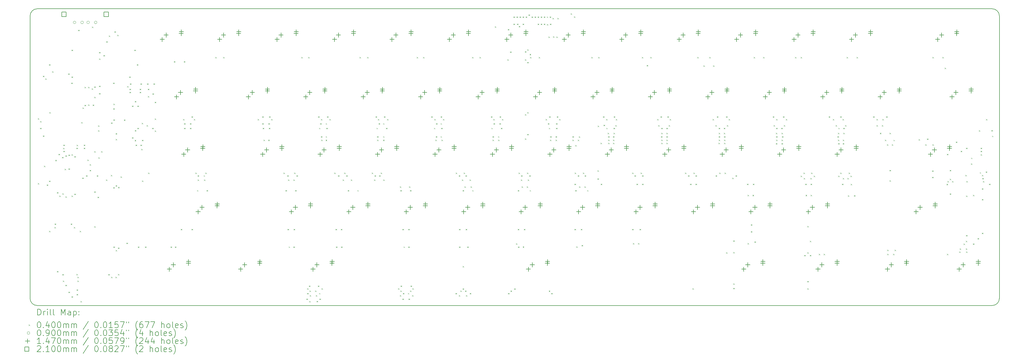
<source format=gbr>
%TF.GenerationSoftware,KiCad,Pcbnew,(6.0.9)*%
%TF.CreationDate,2022-12-29T20:39:11-06:00*%
%TF.ProjectId,BasePCB,42617365-5043-4422-9e6b-696361645f70,rev?*%
%TF.SameCoordinates,Original*%
%TF.FileFunction,Drillmap*%
%TF.FilePolarity,Positive*%
%FSLAX45Y45*%
G04 Gerber Fmt 4.5, Leading zero omitted, Abs format (unit mm)*
G04 Created by KiCad (PCBNEW (6.0.9)) date 2022-12-29 20:39:11*
%MOMM*%
%LPD*%
G01*
G04 APERTURE LIST*
%ADD10C,0.150000*%
%ADD11C,0.200000*%
%ADD12C,0.040000*%
%ADD13C,0.090000*%
%ADD14C,0.147000*%
%ADD15C,0.210000*%
G04 APERTURE END LIST*
D10*
X17303750Y4286250D02*
X-14366875Y4286250D01*
X17541875Y13573125D02*
X17541875Y13890625D01*
X-14605000Y13573125D02*
X-14605000Y13890625D01*
X17303750Y4286255D02*
G75*
G03*
X17541875Y4524375I0J238125D01*
G01*
X17541880Y13890625D02*
G75*
G03*
X17303750Y14128750I-238130J-5D01*
G01*
X-14366875Y14128750D02*
G75*
G03*
X-14605000Y13890625I0J-238125D01*
G01*
X-14605000Y4524375D02*
G75*
G03*
X-14366875Y4286250I238125J0D01*
G01*
X17541875Y13573125D02*
X17541875Y4524375D01*
X-14605000Y13573125D02*
X-14605000Y4524375D01*
X-14366875Y14128750D02*
X17303750Y14128750D01*
D11*
D12*
X-14345600Y10497500D02*
X-14305600Y10457500D01*
X-14305600Y10497500D02*
X-14345600Y10457500D01*
X-14345600Y8346875D02*
X-14305600Y8306875D01*
X-14305600Y8346875D02*
X-14345600Y8306875D01*
X-14269950Y10408050D02*
X-14229950Y10368050D01*
X-14229950Y10408050D02*
X-14269950Y10368050D01*
X-14269950Y10180000D02*
X-14229950Y10140000D01*
X-14229950Y10180000D02*
X-14269950Y10140000D01*
X-14180500Y11907200D02*
X-14140500Y11867200D01*
X-14140500Y11907200D02*
X-14180500Y11867200D01*
X-14180500Y9926000D02*
X-14140500Y9886000D01*
X-14140500Y9926000D02*
X-14180500Y9886000D01*
X-14142400Y8922700D02*
X-14102400Y8882700D01*
X-14102400Y8922700D02*
X-14142400Y8882700D01*
X-14104300Y11818300D02*
X-14064300Y11778300D01*
X-14064300Y11818300D02*
X-14104300Y11778300D01*
X-14053500Y8300400D02*
X-14013500Y8260400D01*
X-14013500Y8300400D02*
X-14053500Y8260400D01*
X-14053500Y8300400D02*
X-14013500Y8260400D01*
X-14013500Y8300400D02*
X-14053500Y8260400D01*
X-13977300Y12288200D02*
X-13937300Y12248200D01*
X-13937300Y12288200D02*
X-13977300Y12248200D01*
X-13977300Y8427400D02*
X-13937300Y8387400D01*
X-13937300Y8427400D02*
X-13977300Y8387400D01*
X-13974125Y6766875D02*
X-13934125Y6726875D01*
X-13934125Y6766875D02*
X-13974125Y6726875D01*
X-13964600Y10700700D02*
X-13924600Y10660700D01*
X-13924600Y10700700D02*
X-13964600Y10660700D01*
X-13875700Y12056050D02*
X-13835700Y12016050D01*
X-13835700Y12056050D02*
X-13875700Y12016050D01*
X-13799500Y6890700D02*
X-13759500Y6850700D01*
X-13759500Y6890700D02*
X-13799500Y6850700D01*
X-13786800Y7005000D02*
X-13746800Y6965000D01*
X-13746800Y7005000D02*
X-13786800Y6965000D01*
X-13767775Y9119525D02*
X-13727775Y9079525D01*
X-13727775Y9119525D02*
X-13767775Y9079525D01*
X-13710600Y8046400D02*
X-13670600Y8006400D01*
X-13670600Y8046400D02*
X-13710600Y8006400D01*
X-13710600Y5430200D02*
X-13670600Y5390200D01*
X-13670600Y5430200D02*
X-13710600Y5390200D01*
X-13659800Y9316400D02*
X-13619800Y9276400D01*
X-13619800Y9316400D02*
X-13659800Y9276400D01*
X-13634400Y7932100D02*
X-13594400Y7892100D01*
X-13594400Y7932100D02*
X-13634400Y7892100D01*
X-13545500Y9214800D02*
X-13505500Y9174800D01*
X-13505500Y9214800D02*
X-13545500Y9174800D01*
X-13532800Y8008300D02*
X-13492800Y7968300D01*
X-13492800Y8008300D02*
X-13532800Y7968300D01*
X-13532800Y5328600D02*
X-13492800Y5288600D01*
X-13492800Y5328600D02*
X-13532800Y5288600D01*
X-13520100Y5112700D02*
X-13480100Y5072700D01*
X-13480100Y5112700D02*
X-13520100Y5072700D01*
X-13507475Y9519525D02*
X-13467475Y9479525D01*
X-13467475Y9519525D02*
X-13507475Y9479525D01*
X-13503850Y9621200D02*
X-13463850Y9581200D01*
X-13463850Y9621200D02*
X-13503850Y9581200D01*
X-13503850Y9418000D02*
X-13463850Y9378000D01*
X-13463850Y9418000D02*
X-13503850Y9378000D01*
X-13460150Y8821100D02*
X-13420150Y8781100D01*
X-13420150Y8821100D02*
X-13460150Y8781100D01*
X-13431200Y9265600D02*
X-13391200Y9225600D01*
X-13391200Y9265600D02*
X-13431200Y9225600D01*
X-13431200Y7906700D02*
X-13391200Y7866700D01*
X-13391200Y7906700D02*
X-13431200Y7866700D01*
X-13431200Y4973000D02*
X-13391200Y4933000D01*
X-13391200Y4973000D02*
X-13431200Y4933000D01*
X-13342300Y11983400D02*
X-13302300Y11943400D01*
X-13302300Y11983400D02*
X-13342300Y11943400D01*
X-13329600Y9291000D02*
X-13289600Y9251000D01*
X-13289600Y9291000D02*
X-13329600Y9251000D01*
X-13329600Y8833800D02*
X-13289600Y8793800D01*
X-13289600Y8833800D02*
X-13329600Y8793800D01*
X-13329600Y4744400D02*
X-13289600Y4704400D01*
X-13289600Y4744400D02*
X-13329600Y4704400D01*
X-13256950Y7005000D02*
X-13216950Y6965000D01*
X-13216950Y7005000D02*
X-13256950Y6965000D01*
X-13240700Y11678600D02*
X-13200700Y11638600D01*
X-13200700Y11678600D02*
X-13240700Y11638600D01*
X-13228375Y12770800D02*
X-13188375Y12730800D01*
X-13188375Y12770800D02*
X-13228375Y12730800D01*
X-13228375Y11881800D02*
X-13188375Y11841800D01*
X-13188375Y11881800D02*
X-13228375Y11841800D01*
X-13228000Y9303700D02*
X-13188000Y9263700D01*
X-13188000Y9303700D02*
X-13228000Y9263700D01*
X-13228000Y7932100D02*
X-13188000Y7892100D01*
X-13188000Y7932100D02*
X-13228000Y7892100D01*
X-13228000Y4592000D02*
X-13188000Y4552000D01*
X-13188000Y4592000D02*
X-13228000Y4552000D01*
X-13155350Y6890700D02*
X-13115350Y6850700D01*
X-13115350Y6890700D02*
X-13155350Y6850700D01*
X-13139100Y9240200D02*
X-13099100Y9200200D01*
X-13099100Y9240200D02*
X-13139100Y9200200D01*
X-13139100Y7995600D02*
X-13099100Y7955600D01*
X-13099100Y7995600D02*
X-13139100Y7955600D01*
X-13066450Y9519600D02*
X-13026450Y9479600D01*
X-13026450Y9519600D02*
X-13066450Y9479600D01*
X-13066450Y5335366D02*
X-13026450Y5295366D01*
X-13026450Y5335366D02*
X-13066450Y5295366D01*
X-13062900Y4820600D02*
X-13022900Y4780600D01*
X-13022900Y4820600D02*
X-13062900Y4780600D01*
X-13062900Y4820600D02*
X-13022900Y4780600D01*
X-13022900Y4820600D02*
X-13062900Y4780600D01*
X-13062900Y4668200D02*
X-13022900Y4628200D01*
X-13022900Y4668200D02*
X-13062900Y4628200D01*
X-13062329Y9620629D02*
X-13022329Y9580629D01*
X-13022329Y9620629D02*
X-13062329Y9580629D01*
X-13037500Y5239700D02*
X-12997500Y5199700D01*
X-12997500Y5239700D02*
X-13037500Y5199700D01*
X-13037500Y5112700D02*
X-12997500Y5072700D01*
X-12997500Y5112700D02*
X-13037500Y5072700D01*
X-13012100Y13431200D02*
X-12972100Y13391200D01*
X-12972100Y13431200D02*
X-13012100Y13391200D01*
X-12958125Y6766875D02*
X-12918125Y6726875D01*
X-12918125Y6766875D02*
X-12958125Y6726875D01*
X-12935900Y4436050D02*
X-12895900Y4396050D01*
X-12895900Y4436050D02*
X-12935900Y4396050D01*
X-12910212Y10371483D02*
X-12870212Y10331483D01*
X-12870212Y10371483D02*
X-12910212Y10331483D01*
X-12872400Y8529000D02*
X-12832400Y8489000D01*
X-12832400Y8529000D02*
X-12872400Y8489000D01*
X-12868850Y10853100D02*
X-12828850Y10813100D01*
X-12828850Y10853100D02*
X-12868850Y10813100D01*
X-12821600Y9621200D02*
X-12781600Y9581200D01*
X-12781600Y9621200D02*
X-12821600Y9581200D01*
X-12821600Y9621200D02*
X-12781600Y9581200D01*
X-12781600Y9621200D02*
X-12821600Y9581200D01*
X-12821600Y9519600D02*
X-12781600Y9479600D01*
X-12781600Y9519600D02*
X-12821600Y9479600D01*
X-12796200Y11538900D02*
X-12756200Y11498900D01*
X-12756200Y11538900D02*
X-12796200Y11498900D01*
X-12796200Y10942000D02*
X-12756200Y10902000D01*
X-12756200Y10942000D02*
X-12796200Y10902000D01*
X-12748150Y8605200D02*
X-12708150Y8565200D01*
X-12708150Y8605200D02*
X-12748150Y8565200D01*
X-12707300Y9125900D02*
X-12667300Y9085900D01*
X-12667300Y9125900D02*
X-12707300Y9085900D01*
X-12681900Y11538900D02*
X-12641900Y11498900D01*
X-12641900Y11538900D02*
X-12681900Y11498900D01*
X-12681900Y10954700D02*
X-12641900Y10914700D01*
X-12641900Y10954700D02*
X-12681900Y10914700D01*
X-12631100Y8977125D02*
X-12591100Y8937125D01*
X-12591100Y8977125D02*
X-12631100Y8937125D01*
X-12631100Y8783000D02*
X-12591100Y8743000D01*
X-12591100Y8783000D02*
X-12631100Y8743000D01*
X-12558107Y11490900D02*
X-12518107Y11450900D01*
X-12518107Y11490900D02*
X-12558107Y11450900D01*
X-12558107Y11490900D02*
X-12518107Y11450900D01*
X-12518107Y11490900D02*
X-12558107Y11450900D01*
X-12554900Y13538450D02*
X-12514900Y13498450D01*
X-12514900Y13538450D02*
X-12554900Y13498450D01*
X-12529500Y10951150D02*
X-12489500Y10911150D01*
X-12489500Y10951150D02*
X-12529500Y10911150D01*
X-12478700Y11551600D02*
X-12438700Y11511600D01*
X-12438700Y11551600D02*
X-12478700Y11511600D01*
X-12478700Y11208700D02*
X-12438700Y11168700D01*
X-12438700Y11208700D02*
X-12478700Y11168700D01*
X-12478700Y9408100D02*
X-12438700Y9368100D01*
X-12438700Y9408100D02*
X-12478700Y9368100D01*
X-12478700Y8071800D02*
X-12438700Y8031800D01*
X-12438700Y8071800D02*
X-12478700Y8031800D01*
X-12478700Y6916100D02*
X-12438700Y6876100D01*
X-12438700Y6916100D02*
X-12478700Y6876100D01*
X-12389800Y8605200D02*
X-12349800Y8565200D01*
X-12349800Y8605200D02*
X-12389800Y8565200D01*
X-12364400Y7894000D02*
X-12324400Y7854000D01*
X-12324400Y7894000D02*
X-12364400Y7854000D01*
X-12352375Y10259625D02*
X-12312375Y10219625D01*
X-12312375Y10259625D02*
X-12352375Y10219625D01*
X-12351700Y10101625D02*
X-12311700Y10061625D01*
X-12311700Y10101625D02*
X-12351700Y10061625D01*
X-12339000Y9202100D02*
X-12299000Y9162100D01*
X-12299000Y9202100D02*
X-12339000Y9162100D01*
X-12313600Y12694600D02*
X-12273600Y12654600D01*
X-12273600Y12694600D02*
X-12313600Y12654600D01*
X-12313600Y12478700D02*
X-12273600Y12438700D01*
X-12273600Y12478700D02*
X-12313600Y12438700D01*
X-12313600Y11577000D02*
X-12273600Y11537000D01*
X-12273600Y11577000D02*
X-12313600Y11537000D01*
X-12313600Y11332900D02*
X-12273600Y11292900D01*
X-12273600Y11332900D02*
X-12313600Y11292900D01*
X-12245250Y9408100D02*
X-12205250Y9368100D01*
X-12205250Y9408100D02*
X-12245250Y9368100D01*
X-12173900Y12593000D02*
X-12133900Y12553000D01*
X-12133900Y12593000D02*
X-12173900Y12553000D01*
X-12173900Y12593000D02*
X-12133900Y12553000D01*
X-12133900Y12593000D02*
X-12173900Y12553000D01*
X-12085000Y8469050D02*
X-12045000Y8429050D01*
X-12045000Y8469050D02*
X-12085000Y8429050D01*
X-12078900Y13050200D02*
X-12038900Y13010200D01*
X-12038900Y13050200D02*
X-12078900Y13010200D01*
X-12008800Y5328600D02*
X-11968800Y5288600D01*
X-11968800Y5328600D02*
X-12008800Y5288600D01*
X-12008800Y5328600D02*
X-11968800Y5288600D01*
X-11968800Y5328600D02*
X-12008800Y5288600D01*
X-11996100Y13240700D02*
X-11956100Y13200700D01*
X-11956100Y13240700D02*
X-11996100Y13200700D01*
X-11926250Y8621450D02*
X-11886250Y8581450D01*
X-11886250Y8621450D02*
X-11926250Y8581450D01*
X-11919900Y5239700D02*
X-11879900Y5199700D01*
X-11879900Y5239700D02*
X-11919900Y5199700D01*
X-11916350Y10357800D02*
X-11876350Y10317800D01*
X-11876350Y10357800D02*
X-11916350Y10317800D01*
X-11847250Y11678600D02*
X-11807250Y11638600D01*
X-11807250Y11678600D02*
X-11847250Y11638600D01*
X-11847250Y11678600D02*
X-11807250Y11638600D01*
X-11807250Y11678600D02*
X-11847250Y11638600D01*
X-11846250Y10830250D02*
X-11806250Y10790250D01*
X-11806250Y10830250D02*
X-11846250Y10790250D01*
X-11846250Y8214050D02*
X-11806250Y8174050D01*
X-11806250Y8214050D02*
X-11846250Y8174050D01*
X-11843700Y10980100D02*
X-11803700Y10940100D01*
X-11803700Y10980100D02*
X-11843700Y10940100D01*
X-11843700Y10459400D02*
X-11803700Y10419400D01*
X-11803700Y10459400D02*
X-11843700Y10419400D01*
X-11843700Y6243000D02*
X-11803700Y6203000D01*
X-11803700Y6243000D02*
X-11843700Y6203000D01*
X-11805600Y13380400D02*
X-11765600Y13340400D01*
X-11765600Y13380400D02*
X-11805600Y13340400D01*
X-11771050Y5239700D02*
X-11731050Y5199700D01*
X-11731050Y5239700D02*
X-11771050Y5199700D01*
X-11767500Y10002200D02*
X-11727500Y9962200D01*
X-11727500Y10002200D02*
X-11767500Y9962200D01*
X-11767500Y9811700D02*
X-11727500Y9771700D01*
X-11727500Y9811700D02*
X-11767500Y9771700D01*
X-11767208Y8275226D02*
X-11727208Y8235226D01*
X-11727208Y8275226D02*
X-11767208Y8235226D01*
X-11767208Y6128700D02*
X-11727208Y6088700D01*
X-11727208Y6128700D02*
X-11767208Y6088700D01*
X-11716700Y13266100D02*
X-11676700Y13226100D01*
X-11676700Y13266100D02*
X-11716700Y13226100D01*
X-11688125Y6211250D02*
X-11648125Y6171250D01*
X-11648125Y6211250D02*
X-11688125Y6171250D01*
X-11688125Y5331775D02*
X-11648125Y5291775D01*
X-11648125Y5331775D02*
X-11688125Y5291775D01*
X-11684257Y8219466D02*
X-11644257Y8179466D01*
X-11644257Y8219466D02*
X-11684257Y8179466D01*
X-11606250Y8570950D02*
X-11566250Y8530950D01*
X-11566250Y8570950D02*
X-11606250Y8530950D01*
X-11489526Y10459056D02*
X-11449526Y10419056D01*
X-11449526Y10459056D02*
X-11489526Y10419056D01*
X-11411900Y6370000D02*
X-11371900Y6330000D01*
X-11371900Y6370000D02*
X-11411900Y6330000D01*
X-11386500Y11564300D02*
X-11346500Y11524300D01*
X-11346500Y11564300D02*
X-11386500Y11524300D01*
X-11313850Y11881800D02*
X-11273850Y11841800D01*
X-11273850Y11881800D02*
X-11313850Y11841800D01*
X-11313850Y11881800D02*
X-11273850Y11841800D01*
X-11273850Y11881800D02*
X-11313850Y11841800D01*
X-11310300Y11475400D02*
X-11270300Y11435400D01*
X-11270300Y11475400D02*
X-11310300Y11435400D01*
X-11310300Y11373800D02*
X-11270300Y11333800D01*
X-11270300Y11373800D02*
X-11310300Y11333800D01*
X-11294050Y11653200D02*
X-11254050Y11613200D01*
X-11254050Y11653200D02*
X-11294050Y11613200D01*
X-11221400Y10916600D02*
X-11181400Y10876600D01*
X-11181400Y10916600D02*
X-11221400Y10876600D01*
X-11221400Y9867975D02*
X-11181400Y9827975D01*
X-11181400Y9867975D02*
X-11221400Y9827975D01*
X-11148750Y12770800D02*
X-11108750Y12730800D01*
X-11108750Y12770800D02*
X-11148750Y12730800D01*
X-11135000Y9780625D02*
X-11095000Y9740625D01*
X-11095000Y9780625D02*
X-11135000Y9740625D01*
X-11132500Y11069000D02*
X-11092500Y11029000D01*
X-11092500Y11069000D02*
X-11132500Y11029000D01*
X-11132500Y10103800D02*
X-11092500Y10063800D01*
X-11092500Y10103800D02*
X-11132500Y10063800D01*
X-11103550Y9621200D02*
X-11063550Y9581200D01*
X-11063550Y9621200D02*
X-11103550Y9581200D01*
X-11059850Y12288200D02*
X-11019850Y12248200D01*
X-11019850Y12288200D02*
X-11059850Y12248200D01*
X-11043600Y10916600D02*
X-11003600Y10876600D01*
X-11003600Y10916600D02*
X-11043600Y10876600D01*
X-11043600Y10180000D02*
X-11003600Y10140000D01*
X-11003600Y10180000D02*
X-11043600Y10140000D01*
X-11030900Y6243000D02*
X-10990900Y6203000D01*
X-10990900Y6243000D02*
X-11030900Y6203000D01*
X-10970950Y11475400D02*
X-10930950Y11435400D01*
X-10930950Y11475400D02*
X-10970950Y11435400D01*
X-10967400Y11373800D02*
X-10927400Y11333800D01*
X-10927400Y11373800D02*
X-10967400Y11333800D01*
X-10942000Y11653200D02*
X-10902000Y11613200D01*
X-10902000Y11653200D02*
X-10942000Y11613200D01*
X-10942000Y9621200D02*
X-10902000Y9581200D01*
X-10902000Y9621200D02*
X-10942000Y9581200D01*
X-10916600Y9481500D02*
X-10876600Y9441500D01*
X-10876600Y9481500D02*
X-10916600Y9441500D01*
X-10903900Y10345100D02*
X-10863900Y10305100D01*
X-10863900Y10345100D02*
X-10903900Y10305100D01*
X-10894375Y9783125D02*
X-10854375Y9743125D01*
X-10854375Y9783125D02*
X-10894375Y9743125D01*
X-10894375Y8433750D02*
X-10854375Y8393750D01*
X-10854375Y8433750D02*
X-10894375Y8393750D01*
X-10789600Y6243000D02*
X-10749600Y6203000D01*
X-10749600Y6243000D02*
X-10789600Y6203000D01*
X-10738800Y10268900D02*
X-10698800Y10228900D01*
X-10698800Y10268900D02*
X-10738800Y10228900D01*
X-10726100Y11653200D02*
X-10686100Y11613200D01*
X-10686100Y11653200D02*
X-10726100Y11613200D01*
X-10697150Y11475400D02*
X-10657150Y11435400D01*
X-10657150Y11475400D02*
X-10697150Y11435400D01*
X-10697150Y11234100D02*
X-10657150Y11194100D01*
X-10657150Y11234100D02*
X-10697150Y11194100D01*
X-10688000Y8694100D02*
X-10648000Y8654100D01*
X-10648000Y8694100D02*
X-10688000Y8654100D01*
X-10551850Y10180000D02*
X-10511850Y10140000D01*
X-10511850Y10180000D02*
X-10551850Y10140000D01*
X-10548300Y11323000D02*
X-10508300Y11283000D01*
X-10508300Y11323000D02*
X-10548300Y11283000D01*
X-10510200Y11653200D02*
X-10470200Y11613200D01*
X-10470200Y11653200D02*
X-10510200Y11613200D01*
X-10472100Y11043600D02*
X-10432100Y11003600D01*
X-10432100Y11043600D02*
X-10472100Y11003600D01*
X-10472100Y10488350D02*
X-10432100Y10448350D01*
X-10432100Y10488350D02*
X-10472100Y10448350D01*
X-10472100Y10091100D02*
X-10432100Y10051100D01*
X-10432100Y10091100D02*
X-10472100Y10051100D01*
X-9947025Y6243000D02*
X-9907025Y6203000D01*
X-9907025Y6243000D02*
X-9947025Y6203000D01*
X-9837100Y12389800D02*
X-9797100Y12349800D01*
X-9797100Y12389800D02*
X-9837100Y12349800D01*
X-9837100Y12389800D02*
X-9797100Y12349800D01*
X-9797100Y12389800D02*
X-9837100Y12349800D01*
X-9799000Y6243000D02*
X-9759000Y6203000D01*
X-9759000Y6243000D02*
X-9799000Y6203000D01*
X-9608500Y6827200D02*
X-9568500Y6787200D01*
X-9568500Y6827200D02*
X-9608500Y6787200D01*
X-9532300Y10472100D02*
X-9492300Y10432100D01*
X-9492300Y10472100D02*
X-9532300Y10432100D01*
X-9506900Y12389800D02*
X-9466900Y12349800D01*
X-9466900Y12389800D02*
X-9506900Y12349800D01*
X-9494200Y10332400D02*
X-9454200Y10292400D01*
X-9454200Y10332400D02*
X-9494200Y10292400D01*
X-9494200Y10180000D02*
X-9454200Y10140000D01*
X-9454200Y10180000D02*
X-9494200Y10140000D01*
X-9303700Y10332400D02*
X-9263700Y10292400D01*
X-9263700Y10332400D02*
X-9303700Y10292400D01*
X-9303700Y10180000D02*
X-9263700Y10140000D01*
X-9263700Y10180000D02*
X-9303700Y10140000D01*
X-9252900Y10561000D02*
X-9212900Y10521000D01*
X-9212900Y10561000D02*
X-9252900Y10521000D01*
X-9252900Y6827200D02*
X-9212900Y6787200D01*
X-9212900Y6827200D02*
X-9252900Y6787200D01*
X-9176700Y10472100D02*
X-9136700Y10432100D01*
X-9136700Y10472100D02*
X-9176700Y10432100D01*
X-9125900Y8694100D02*
X-9085900Y8654100D01*
X-9085900Y8694100D02*
X-9125900Y8654100D01*
X-9068750Y8116250D02*
X-9028750Y8076250D01*
X-9028750Y8116250D02*
X-9068750Y8076250D01*
X-9049700Y8605200D02*
X-9009700Y8565200D01*
X-9009700Y8605200D02*
X-9049700Y8565200D01*
X-9049700Y8605200D02*
X-9009700Y8565200D01*
X-9009700Y8605200D02*
X-9049700Y8565200D01*
X-9049700Y8465500D02*
X-9009700Y8425500D01*
X-9009700Y8465500D02*
X-9049700Y8425500D01*
X-8849225Y8605200D02*
X-8809225Y8565200D01*
X-8809225Y8605200D02*
X-8849225Y8565200D01*
X-8833800Y8465500D02*
X-8793800Y8425500D01*
X-8793800Y8465500D02*
X-8833800Y8425500D01*
X-8795700Y8694100D02*
X-8755700Y8654100D01*
X-8755700Y8694100D02*
X-8795700Y8654100D01*
X-8751250Y8116250D02*
X-8711250Y8076250D01*
X-8711250Y8116250D02*
X-8751250Y8076250D01*
X-8465500Y12529500D02*
X-8425500Y12489500D01*
X-8425500Y12529500D02*
X-8465500Y12489500D01*
X-8198800Y12529500D02*
X-8158800Y12489500D01*
X-8158800Y12529500D02*
X-8198800Y12489500D01*
X-7055800Y10472100D02*
X-7015800Y10432100D01*
X-7015800Y10472100D02*
X-7055800Y10432100D01*
X-6903400Y10561000D02*
X-6863400Y10521000D01*
X-6863400Y10561000D02*
X-6903400Y10521000D01*
X-6903400Y10332400D02*
X-6863400Y10292400D01*
X-6863400Y10332400D02*
X-6903400Y10292400D01*
X-6890700Y10180000D02*
X-6850700Y10140000D01*
X-6850700Y10180000D02*
X-6890700Y10140000D01*
X-6865300Y9786300D02*
X-6825300Y9746300D01*
X-6825300Y9786300D02*
X-6865300Y9746300D01*
X-6706100Y9786300D02*
X-6666100Y9746300D01*
X-6666100Y9786300D02*
X-6706100Y9746300D01*
X-6700200Y10332400D02*
X-6660200Y10292400D01*
X-6660200Y10332400D02*
X-6700200Y10292400D01*
X-6687500Y10180000D02*
X-6647500Y10140000D01*
X-6647500Y10180000D02*
X-6687500Y10140000D01*
X-6674800Y10561000D02*
X-6634800Y10521000D01*
X-6634800Y10561000D02*
X-6674800Y10521000D01*
X-6611300Y10472100D02*
X-6571300Y10432100D01*
X-6571300Y10472100D02*
X-6611300Y10432100D01*
X-6204900Y8694100D02*
X-6164900Y8654100D01*
X-6164900Y8694100D02*
X-6204900Y8654100D01*
X-6131875Y8116250D02*
X-6091875Y8076250D01*
X-6091875Y8116250D02*
X-6131875Y8076250D01*
X-6077900Y8605200D02*
X-6037900Y8565200D01*
X-6037900Y8605200D02*
X-6077900Y8565200D01*
X-6065200Y6827200D02*
X-6025200Y6787200D01*
X-6025200Y6827200D02*
X-6065200Y6787200D01*
X-6052500Y8465500D02*
X-6012500Y8425500D01*
X-6012500Y8465500D02*
X-6052500Y8425500D01*
X-6029900Y6243000D02*
X-5989900Y6203000D01*
X-5989900Y6243000D02*
X-6029900Y6203000D01*
X-5874700Y8465500D02*
X-5834700Y8425500D01*
X-5834700Y8465500D02*
X-5874700Y8425500D01*
X-5874700Y6243000D02*
X-5834700Y6203000D01*
X-5834700Y6243000D02*
X-5874700Y6203000D01*
X-5862000Y6827200D02*
X-5822000Y6787200D01*
X-5822000Y6827200D02*
X-5862000Y6787200D01*
X-5849300Y8694100D02*
X-5809300Y8654100D01*
X-5809300Y8694100D02*
X-5849300Y8654100D01*
X-5814375Y8116250D02*
X-5774375Y8076250D01*
X-5774375Y8116250D02*
X-5814375Y8076250D01*
X-5773100Y8605200D02*
X-5733100Y8565200D01*
X-5733100Y8605200D02*
X-5773100Y8565200D01*
X-5608000Y12529500D02*
X-5568000Y12489500D01*
X-5568000Y12529500D02*
X-5608000Y12489500D01*
X-5442900Y4515800D02*
X-5402900Y4475800D01*
X-5402900Y4515800D02*
X-5442900Y4475800D01*
X-5417500Y4861875D02*
X-5377500Y4821875D01*
X-5377500Y4861875D02*
X-5417500Y4821875D01*
X-5417500Y4703125D02*
X-5377500Y4663125D01*
X-5377500Y4703125D02*
X-5417500Y4663125D01*
X-5379400Y12529500D02*
X-5339400Y12489500D01*
X-5339400Y12529500D02*
X-5379400Y12489500D01*
X-5354000Y4947600D02*
X-5314000Y4907600D01*
X-5314000Y4947600D02*
X-5354000Y4907600D01*
X-5344850Y4436050D02*
X-5304850Y4396050D01*
X-5304850Y4436050D02*
X-5344850Y4396050D01*
X-5338125Y4782500D02*
X-5298125Y4742500D01*
X-5298125Y4782500D02*
X-5338125Y4742500D01*
X-5328600Y4630100D02*
X-5288600Y4590100D01*
X-5288600Y4630100D02*
X-5328600Y4590100D01*
X-5154350Y4782500D02*
X-5114350Y4742500D01*
X-5114350Y4782500D02*
X-5154350Y4742500D01*
X-5154350Y4782500D02*
X-5114350Y4742500D01*
X-5114350Y4782500D02*
X-5154350Y4742500D01*
X-5125400Y4630100D02*
X-5085400Y4590100D01*
X-5085400Y4630100D02*
X-5125400Y4590100D01*
X-5100000Y4439600D02*
X-5060000Y4399600D01*
X-5060000Y4439600D02*
X-5100000Y4399600D01*
X-5061900Y4947600D02*
X-5021900Y4907600D01*
X-5021900Y4947600D02*
X-5061900Y4907600D01*
X-5049200Y10561000D02*
X-5009200Y10521000D01*
X-5009200Y10561000D02*
X-5049200Y10521000D01*
X-5020625Y10180000D02*
X-4980625Y10140000D01*
X-4980625Y10180000D02*
X-5020625Y10140000D01*
X-5020625Y4703125D02*
X-4980625Y4663125D01*
X-4980625Y4703125D02*
X-5020625Y4663125D01*
X-5011100Y4515800D02*
X-4971100Y4475800D01*
X-4971100Y4515800D02*
X-5011100Y4475800D01*
X-4985700Y10332400D02*
X-4945700Y10292400D01*
X-4945700Y10332400D02*
X-4985700Y10292400D01*
X-4985700Y10332400D02*
X-4945700Y10292400D01*
X-4945700Y10332400D02*
X-4985700Y10292400D01*
X-4960300Y10472100D02*
X-4920300Y10432100D01*
X-4920300Y10472100D02*
X-4960300Y10432100D01*
X-4960300Y9900600D02*
X-4920300Y9860600D01*
X-4920300Y9900600D02*
X-4960300Y9860600D01*
X-4947600Y9786300D02*
X-4907600Y9746300D01*
X-4907600Y9786300D02*
X-4947600Y9746300D01*
X-4941250Y4861875D02*
X-4901250Y4821875D01*
X-4901250Y4861875D02*
X-4941250Y4821875D01*
X-4801100Y10332400D02*
X-4761100Y10292400D01*
X-4761100Y10332400D02*
X-4801100Y10292400D01*
X-4801100Y9900600D02*
X-4761100Y9860600D01*
X-4761100Y9900600D02*
X-4801100Y9860600D01*
X-4801100Y9786300D02*
X-4761100Y9746300D01*
X-4761100Y9786300D02*
X-4801100Y9746300D01*
X-4782500Y10180000D02*
X-4742500Y10140000D01*
X-4742500Y10180000D02*
X-4782500Y10140000D01*
X-4757100Y10561000D02*
X-4717100Y10521000D01*
X-4717100Y10561000D02*
X-4757100Y10521000D01*
X-4680900Y10472100D02*
X-4640900Y10432100D01*
X-4640900Y10472100D02*
X-4680900Y10432100D01*
X-4515800Y8694100D02*
X-4475800Y8654100D01*
X-4475800Y8694100D02*
X-4515800Y8654100D01*
X-4477700Y6827200D02*
X-4437700Y6787200D01*
X-4437700Y6827200D02*
X-4477700Y6787200D01*
X-4458275Y6243000D02*
X-4418275Y6203000D01*
X-4418275Y6243000D02*
X-4458275Y6203000D01*
X-4388800Y8605200D02*
X-4348800Y8565200D01*
X-4348800Y8605200D02*
X-4388800Y8565200D01*
X-4299900Y6827200D02*
X-4259900Y6787200D01*
X-4259900Y6827200D02*
X-4299900Y6787200D01*
X-4287200Y6243000D02*
X-4247200Y6203000D01*
X-4247200Y6243000D02*
X-4287200Y6203000D01*
X-4236400Y8465500D02*
X-4196400Y8425500D01*
X-4196400Y8465500D02*
X-4236400Y8425500D01*
X-4185600Y8694100D02*
X-4145600Y8654100D01*
X-4145600Y8694100D02*
X-4185600Y8654100D01*
X-4122100Y8605200D02*
X-4082100Y8565200D01*
X-4082100Y8605200D02*
X-4122100Y8565200D01*
X-4068125Y8116250D02*
X-4028125Y8076250D01*
X-4028125Y8116250D02*
X-4068125Y8076250D01*
X-3969700Y8465500D02*
X-3929700Y8425500D01*
X-3929700Y8465500D02*
X-3969700Y8425500D01*
X-3750625Y8116250D02*
X-3710625Y8076250D01*
X-3710625Y8116250D02*
X-3750625Y8076250D01*
X-3677600Y12529500D02*
X-3637600Y12489500D01*
X-3637600Y12529500D02*
X-3677600Y12489500D01*
X-3423600Y12529500D02*
X-3383600Y12489500D01*
X-3383600Y12529500D02*
X-3423600Y12489500D01*
X-3271200Y8694100D02*
X-3231200Y8654100D01*
X-3231200Y8694100D02*
X-3271200Y8654100D01*
X-3195000Y8465500D02*
X-3155000Y8425500D01*
X-3155000Y8465500D02*
X-3195000Y8425500D01*
X-3182300Y8605200D02*
X-3142300Y8565200D01*
X-3142300Y8605200D02*
X-3182300Y8565200D01*
X-3144200Y10561000D02*
X-3104200Y10521000D01*
X-3104200Y10561000D02*
X-3144200Y10521000D01*
X-3115625Y10180000D02*
X-3075625Y10140000D01*
X-3075625Y10180000D02*
X-3115625Y10140000D01*
X-3093400Y9900600D02*
X-3053400Y9860600D01*
X-3053400Y9900600D02*
X-3093400Y9860600D01*
X-3093400Y9786300D02*
X-3053400Y9746300D01*
X-3053400Y9786300D02*
X-3093400Y9746300D01*
X-3068000Y10472100D02*
X-3028000Y10432100D01*
X-3028000Y10472100D02*
X-3068000Y10432100D01*
X-3042600Y10332400D02*
X-3002600Y10292400D01*
X-3002600Y10332400D02*
X-3042600Y10292400D01*
X-3027100Y8605200D02*
X-2987100Y8565200D01*
X-2987100Y8605200D02*
X-3027100Y8565200D01*
X-2979100Y8694100D02*
X-2939100Y8654100D01*
X-2939100Y8694100D02*
X-2979100Y8654100D01*
X-2896100Y10332400D02*
X-2856100Y10292400D01*
X-2856100Y10332400D02*
X-2896100Y10292400D01*
X-2896100Y9900600D02*
X-2856100Y9860600D01*
X-2856100Y9900600D02*
X-2896100Y9860600D01*
X-2896100Y9786300D02*
X-2856100Y9746300D01*
X-2856100Y9786300D02*
X-2896100Y9746300D01*
X-2890200Y8465500D02*
X-2850200Y8425500D01*
X-2850200Y8465500D02*
X-2890200Y8425500D01*
X-2864800Y10561000D02*
X-2824800Y10521000D01*
X-2824800Y10561000D02*
X-2864800Y10521000D01*
X-2798125Y10180000D02*
X-2758125Y10140000D01*
X-2758125Y10180000D02*
X-2798125Y10140000D01*
X-2763200Y10472100D02*
X-2723200Y10432100D01*
X-2723200Y10472100D02*
X-2763200Y10432100D01*
X-2401250Y4861875D02*
X-2361250Y4821875D01*
X-2361250Y4861875D02*
X-2401250Y4821875D01*
X-2344100Y8236900D02*
X-2304100Y8196900D01*
X-2304100Y8236900D02*
X-2344100Y8196900D01*
X-2344100Y4630100D02*
X-2304100Y4590100D01*
X-2304100Y4630100D02*
X-2344100Y4590100D01*
X-2321875Y8116250D02*
X-2281875Y8076250D01*
X-2281875Y8116250D02*
X-2321875Y8076250D01*
X-2321875Y4782500D02*
X-2281875Y4742500D01*
X-2281875Y4782500D02*
X-2321875Y4742500D01*
X-2318700Y4947600D02*
X-2278700Y4907600D01*
X-2278700Y4947600D02*
X-2318700Y4907600D01*
X-2255200Y6827200D02*
X-2215200Y6787200D01*
X-2215200Y6827200D02*
X-2255200Y6787200D01*
X-2255200Y4515800D02*
X-2215200Y4475800D01*
X-2215200Y4515800D02*
X-2255200Y4475800D01*
X-2242500Y4703125D02*
X-2202500Y4663125D01*
X-2202500Y4703125D02*
X-2242500Y4663125D01*
X-2219900Y6243226D02*
X-2179900Y6203226D01*
X-2179900Y6243226D02*
X-2219900Y6203226D01*
X-2074600Y4703125D02*
X-2034600Y4663125D01*
X-2034600Y4703125D02*
X-2074600Y4663125D01*
X-2064926Y6243226D02*
X-2024926Y6203226D01*
X-2024926Y6243226D02*
X-2064926Y6203226D01*
X-2064700Y6827200D02*
X-2024700Y6787200D01*
X-2024700Y6827200D02*
X-2064700Y6787200D01*
X-2052000Y4515800D02*
X-2012000Y4475800D01*
X-2012000Y4515800D02*
X-2052000Y4475800D01*
X-2039300Y8236900D02*
X-1999300Y8196900D01*
X-1999300Y8236900D02*
X-2039300Y8196900D01*
X-2004375Y8116250D02*
X-1964375Y8076250D01*
X-1964375Y8116250D02*
X-2004375Y8076250D01*
X-2004375Y4782500D02*
X-1964375Y4742500D01*
X-1964375Y4782500D02*
X-2004375Y4742500D01*
X-1988500Y4947600D02*
X-1948500Y4907600D01*
X-1948500Y4947600D02*
X-1988500Y4907600D01*
X-1937700Y4630100D02*
X-1897700Y4590100D01*
X-1897700Y4630100D02*
X-1937700Y4590100D01*
X-1925000Y4861875D02*
X-1885000Y4821875D01*
X-1885000Y4861875D02*
X-1925000Y4821875D01*
X-1785300Y12529500D02*
X-1745300Y12489500D01*
X-1745300Y12529500D02*
X-1785300Y12489500D01*
X-1569400Y12529500D02*
X-1529400Y12489500D01*
X-1529400Y12529500D02*
X-1569400Y12489500D01*
X-1302700Y10561000D02*
X-1262700Y10521000D01*
X-1262700Y10561000D02*
X-1302700Y10521000D01*
X-1210625Y10180000D02*
X-1170625Y10140000D01*
X-1170625Y10180000D02*
X-1210625Y10140000D01*
X-1201100Y10472100D02*
X-1161100Y10432100D01*
X-1161100Y10472100D02*
X-1201100Y10432100D01*
X-1163000Y9786300D02*
X-1123000Y9746300D01*
X-1123000Y9786300D02*
X-1163000Y9746300D01*
X-1150300Y9900600D02*
X-1110300Y9860600D01*
X-1110300Y9900600D02*
X-1150300Y9860600D01*
X-1137600Y10332400D02*
X-1097600Y10292400D01*
X-1097600Y10332400D02*
X-1137600Y10292400D01*
X-991100Y10332400D02*
X-951100Y10292400D01*
X-951100Y10332400D02*
X-991100Y10292400D01*
X-991100Y9900600D02*
X-951100Y9860600D01*
X-951100Y9900600D02*
X-991100Y9860600D01*
X-985200Y10561000D02*
X-945200Y10521000D01*
X-945200Y10561000D02*
X-985200Y10521000D01*
X-972500Y10180000D02*
X-932500Y10140000D01*
X-932500Y10180000D02*
X-972500Y10140000D01*
X-959800Y9786300D02*
X-919800Y9746300D01*
X-919800Y9786300D02*
X-959800Y9746300D01*
X-909000Y10472100D02*
X-869000Y10432100D01*
X-869000Y10472100D02*
X-909000Y10432100D01*
X-496250Y4703125D02*
X-456250Y4663125D01*
X-456250Y4703125D02*
X-496250Y4663125D01*
X-489900Y8694100D02*
X-449900Y8654100D01*
X-449900Y8694100D02*
X-489900Y8654100D01*
X-388300Y8605200D02*
X-348300Y8565200D01*
X-348300Y8605200D02*
X-388300Y8565200D01*
X-388300Y4630100D02*
X-348300Y4590100D01*
X-348300Y4630100D02*
X-388300Y4590100D01*
X-388300Y4630100D02*
X-348300Y4590100D01*
X-348300Y4630100D02*
X-388300Y4590100D01*
X-375600Y6827200D02*
X-335600Y6787200D01*
X-335600Y6827200D02*
X-375600Y6787200D01*
X-375600Y6243000D02*
X-335600Y6203000D01*
X-335600Y6243000D02*
X-375600Y6203000D01*
X-337500Y4782500D02*
X-297500Y4742500D01*
X-297500Y4782500D02*
X-337500Y4742500D01*
X-286700Y8465500D02*
X-246700Y8425500D01*
X-246700Y8465500D02*
X-286700Y8425500D01*
X-261300Y5595300D02*
X-221300Y5555300D01*
X-221300Y5595300D02*
X-261300Y5555300D01*
X-260716Y4855150D02*
X-220716Y4815150D01*
X-220716Y4855150D02*
X-260716Y4815150D01*
X-258125Y8116250D02*
X-218125Y8076250D01*
X-218125Y8116250D02*
X-258125Y8076250D01*
X-223200Y8694100D02*
X-183200Y8654100D01*
X-183200Y8694100D02*
X-223200Y8654100D01*
X-197800Y8236900D02*
X-157800Y8196900D01*
X-157800Y8236900D02*
X-197800Y8196900D01*
X-178750Y4782500D02*
X-138750Y4742500D01*
X-138750Y4782500D02*
X-178750Y4742500D01*
X-168082Y8605200D02*
X-128082Y8565200D01*
X-128082Y8605200D02*
X-168082Y8565200D01*
X-159700Y6827200D02*
X-119700Y6787200D01*
X-119700Y6827200D02*
X-159700Y6787200D01*
X-147000Y4630100D02*
X-107000Y4590100D01*
X-107000Y4630100D02*
X-147000Y4590100D01*
X-108329Y6243571D02*
X-68329Y6203571D01*
X-68329Y6243571D02*
X-108329Y6203571D01*
X-32700Y8465500D02*
X7300Y8425500D01*
X7300Y8465500D02*
X-32700Y8425500D01*
X-20000Y4703125D02*
X20000Y4663125D01*
X20000Y4703125D02*
X-20000Y4663125D01*
X5400Y8236900D02*
X45400Y8196900D01*
X45400Y8236900D02*
X5400Y8196900D01*
X56200Y12529500D02*
X96200Y12489500D01*
X96200Y12529500D02*
X56200Y12489500D01*
X59375Y8116250D02*
X99375Y8076250D01*
X99375Y8116250D02*
X59375Y8076250D01*
X297500Y12529500D02*
X337500Y12489500D01*
X337500Y12529500D02*
X297500Y12489500D01*
X678500Y10561000D02*
X718500Y10521000D01*
X718500Y10561000D02*
X678500Y10521000D01*
X694375Y10180000D02*
X734375Y10140000D01*
X734375Y10180000D02*
X694375Y10140000D01*
X729300Y9900600D02*
X769300Y9860600D01*
X769300Y9900600D02*
X729300Y9860600D01*
X729300Y9786300D02*
X769300Y9746300D01*
X769300Y9786300D02*
X729300Y9746300D01*
X754700Y10472100D02*
X794700Y10432100D01*
X794700Y10472100D02*
X754700Y10432100D01*
X767400Y10332400D02*
X807400Y10292400D01*
X807400Y10332400D02*
X767400Y10292400D01*
X805500Y13545250D02*
X845500Y13505250D01*
X845500Y13545250D02*
X805500Y13505250D01*
X913900Y9900600D02*
X953900Y9860600D01*
X953900Y9900600D02*
X913900Y9860600D01*
X919800Y9786300D02*
X959800Y9746300D01*
X959800Y9786300D02*
X919800Y9746300D01*
X957900Y10332400D02*
X997900Y10292400D01*
X997900Y10332400D02*
X957900Y10292400D01*
X970600Y10561000D02*
X1010600Y10521000D01*
X1010600Y10561000D02*
X970600Y10521000D01*
X1011875Y10180000D02*
X1051875Y10140000D01*
X1051875Y10180000D02*
X1011875Y10140000D01*
X1046800Y10472100D02*
X1086800Y10432100D01*
X1086800Y10472100D02*
X1046800Y10432100D01*
X1224600Y12456850D02*
X1264600Y12416850D01*
X1264600Y12456850D02*
X1224600Y12416850D01*
X1237300Y13456600D02*
X1277300Y13416600D01*
X1277300Y13456600D02*
X1237300Y13416600D01*
X1250000Y4703125D02*
X1290000Y4663125D01*
X1290000Y4703125D02*
X1250000Y4663125D01*
X1313500Y12713275D02*
X1353500Y12673275D01*
X1353500Y12713275D02*
X1313500Y12673275D01*
X1329375Y4782500D02*
X1369375Y4742500D01*
X1369375Y4782500D02*
X1329375Y4742500D01*
X1428750Y13872150D02*
X1468750Y13832150D01*
X1468750Y13872150D02*
X1428750Y13832150D01*
X1428750Y13636050D02*
X1468750Y13596050D01*
X1468750Y13636050D02*
X1428750Y13596050D01*
X1453200Y4855150D02*
X1493200Y4815150D01*
X1493200Y4855150D02*
X1453200Y4815150D01*
X1510350Y6350950D02*
X1550350Y6310950D01*
X1550350Y6350950D02*
X1510350Y6310950D01*
X1529400Y13872150D02*
X1569400Y13832150D01*
X1569400Y13872150D02*
X1529400Y13832150D01*
X1529400Y13872150D02*
X1569400Y13832150D01*
X1569400Y13872150D02*
X1529400Y13832150D01*
X1542100Y13636050D02*
X1582100Y13596050D01*
X1582100Y13636050D02*
X1542100Y13596050D01*
X1567500Y8116250D02*
X1607500Y8076250D01*
X1607500Y8116250D02*
X1567500Y8076250D01*
X1567500Y6827200D02*
X1607500Y6787200D01*
X1607500Y6827200D02*
X1567500Y6787200D01*
X1580200Y6243000D02*
X1620200Y6203000D01*
X1620200Y6243000D02*
X1580200Y6203000D01*
X1592900Y8694100D02*
X1632900Y8654100D01*
X1632900Y8694100D02*
X1592900Y8654100D01*
X1605600Y13558200D02*
X1645600Y13518200D01*
X1645600Y13558200D02*
X1605600Y13518200D01*
X1631000Y13872150D02*
X1671000Y13832150D01*
X1671000Y13872150D02*
X1631000Y13832150D01*
X1631000Y13872150D02*
X1671000Y13832150D01*
X1671000Y13872150D02*
X1631000Y13832150D01*
X1669100Y8465500D02*
X1709100Y8425500D01*
X1709100Y8465500D02*
X1669100Y8425500D01*
X1681800Y8605200D02*
X1721800Y8565200D01*
X1721800Y8605200D02*
X1681800Y8565200D01*
X1694500Y8236900D02*
X1734500Y8196900D01*
X1734500Y8236900D02*
X1694500Y8196900D01*
X1732600Y13872150D02*
X1772600Y13832150D01*
X1772600Y13872150D02*
X1732600Y13832150D01*
X1732600Y13636050D02*
X1772600Y13596050D01*
X1772600Y13636050D02*
X1732600Y13596050D01*
X1732600Y13636050D02*
X1772600Y13596050D01*
X1772600Y13636050D02*
X1732600Y13596050D01*
X1735400Y6249925D02*
X1775400Y6209925D01*
X1775400Y6249925D02*
X1735400Y6209925D01*
X1770700Y6827200D02*
X1810700Y6787200D01*
X1810700Y6827200D02*
X1770700Y6787200D01*
X1808800Y12720000D02*
X1848800Y12680000D01*
X1848800Y12720000D02*
X1808800Y12680000D01*
X1808800Y12453300D02*
X1848800Y12413300D01*
X1848800Y12453300D02*
X1808800Y12413300D01*
X1808800Y10633650D02*
X1848800Y10593650D01*
X1848800Y10633650D02*
X1808800Y10593650D01*
X1808800Y9827950D02*
X1848800Y9787950D01*
X1848800Y9827950D02*
X1808800Y9787950D01*
X1834200Y13872150D02*
X1874200Y13832150D01*
X1874200Y13872150D02*
X1834200Y13832150D01*
X1866400Y8236900D02*
X1906400Y8196900D01*
X1906400Y8236900D02*
X1866400Y8196900D01*
X1872300Y8694100D02*
X1912300Y8654100D01*
X1912300Y8694100D02*
X1872300Y8654100D01*
X1885000Y10700700D02*
X1925000Y10660700D01*
X1925000Y10700700D02*
X1885000Y10660700D01*
X1885000Y9976800D02*
X1925000Y9936800D01*
X1925000Y9976800D02*
X1885000Y9936800D01*
X1885000Y9976800D02*
X1925000Y9936800D01*
X1925000Y9976800D02*
X1885000Y9936800D01*
X1885584Y12783987D02*
X1925584Y12743987D01*
X1925584Y12783987D02*
X1885584Y12743987D01*
X1885584Y12364984D02*
X1925584Y12324984D01*
X1925584Y12364984D02*
X1885584Y12324984D01*
X1897700Y8465500D02*
X1937700Y8425500D01*
X1937700Y8465500D02*
X1897700Y8425500D01*
X1923100Y13939200D02*
X1963100Y13899200D01*
X1963100Y13939200D02*
X1923100Y13899200D01*
X1948500Y8605200D02*
X1988500Y8565200D01*
X1988500Y8605200D02*
X1948500Y8565200D01*
X1964156Y12634056D02*
X2004156Y12594056D01*
X2004156Y12634056D02*
X1964156Y12594056D01*
X1964375Y8116250D02*
X2004375Y8076250D01*
X2004375Y8116250D02*
X1964375Y8076250D01*
X1973900Y12529500D02*
X2013900Y12489500D01*
X2013900Y12529500D02*
X1973900Y12489500D01*
X2024700Y13872150D02*
X2064700Y13832150D01*
X2064700Y13872150D02*
X2024700Y13832150D01*
X2126300Y13872150D02*
X2166300Y13832150D01*
X2166300Y13872150D02*
X2126300Y13832150D01*
X2227900Y13872150D02*
X2267900Y13832150D01*
X2267900Y13872150D02*
X2227900Y13832150D01*
X2227900Y13636050D02*
X2267900Y13596050D01*
X2267900Y13636050D02*
X2227900Y13596050D01*
X2266000Y12529500D02*
X2306000Y12489500D01*
X2306000Y12529500D02*
X2266000Y12489500D01*
X2329500Y13872150D02*
X2369500Y13832150D01*
X2369500Y13872150D02*
X2329500Y13832150D01*
X2329500Y13634400D02*
X2369500Y13594400D01*
X2369500Y13634400D02*
X2329500Y13594400D01*
X2329500Y13634400D02*
X2369500Y13594400D01*
X2369500Y13634400D02*
X2329500Y13594400D01*
X2431100Y13872150D02*
X2471100Y13832150D01*
X2471100Y13872150D02*
X2431100Y13832150D01*
X2431100Y13634400D02*
X2471100Y13594400D01*
X2471100Y13634400D02*
X2431100Y13594400D01*
X2494600Y10472100D02*
X2534600Y10432100D01*
X2534600Y10472100D02*
X2494600Y10432100D01*
X2531050Y13872150D02*
X2571050Y13832150D01*
X2571050Y13872150D02*
X2531050Y13832150D01*
X2532700Y13621700D02*
X2572700Y13581700D01*
X2572700Y13621700D02*
X2532700Y13581700D01*
X2570800Y10332400D02*
X2610800Y10292400D01*
X2610800Y10332400D02*
X2570800Y10292400D01*
X2583500Y13205400D02*
X2623500Y13165400D01*
X2623500Y13205400D02*
X2583500Y13165400D01*
X2599375Y10180000D02*
X2639375Y10140000D01*
X2639375Y10180000D02*
X2599375Y10140000D01*
X2599375Y4782500D02*
X2639375Y4742500D01*
X2639375Y4782500D02*
X2599375Y4742500D01*
X2608900Y10561000D02*
X2648900Y10521000D01*
X2648900Y10561000D02*
X2608900Y10521000D01*
X2631001Y13872150D02*
X2671001Y13832150D01*
X2671001Y13872150D02*
X2631001Y13832150D01*
X2634300Y13634400D02*
X2674300Y13594400D01*
X2674300Y13634400D02*
X2634300Y13594400D01*
X2634300Y9786300D02*
X2674300Y9746300D01*
X2674300Y9786300D02*
X2634300Y9746300D01*
X2647000Y9900600D02*
X2687000Y9860600D01*
X2687000Y9900600D02*
X2647000Y9860600D01*
X2678750Y4703125D02*
X2718750Y4663125D01*
X2718750Y4703125D02*
X2678750Y4663125D01*
X2723049Y13826750D02*
X2763049Y13786750D01*
X2763049Y13826750D02*
X2723049Y13786750D01*
X2735900Y13215300D02*
X2775900Y13175300D01*
X2775900Y13215300D02*
X2735900Y13175300D01*
X2824800Y9900600D02*
X2864800Y9860600D01*
X2864800Y9900600D02*
X2824800Y9860600D01*
X2824800Y9786300D02*
X2864800Y9746300D01*
X2864800Y9786300D02*
X2824800Y9746300D01*
X2837500Y10332400D02*
X2877500Y10292400D01*
X2877500Y10332400D02*
X2837500Y10292400D01*
X2837500Y10180000D02*
X2877500Y10140000D01*
X2877500Y10180000D02*
X2837500Y10140000D01*
X2850200Y13205400D02*
X2890200Y13165400D01*
X2890200Y13205400D02*
X2850200Y13165400D01*
X2862900Y10561000D02*
X2902900Y10521000D01*
X2902900Y10561000D02*
X2862900Y10521000D01*
X2879350Y13826750D02*
X2919350Y13786750D01*
X2919350Y13826750D02*
X2879350Y13786750D01*
X2939100Y10472100D02*
X2979100Y10432100D01*
X2979100Y10472100D02*
X2939100Y10432100D01*
X3320100Y13977300D02*
X3360100Y13937300D01*
X3360100Y13977300D02*
X3320100Y13937300D01*
X3383600Y9900600D02*
X3423600Y9860600D01*
X3423600Y9900600D02*
X3383600Y9860600D01*
X3383600Y9786300D02*
X3423600Y9746300D01*
X3423600Y9786300D02*
X3383600Y9746300D01*
X3434400Y13875700D02*
X3474400Y13835700D01*
X3474400Y13875700D02*
X3434400Y13835700D01*
X3447100Y8325800D02*
X3487100Y8285800D01*
X3487100Y8325800D02*
X3447100Y8285800D01*
X3447100Y6827200D02*
X3487100Y6787200D01*
X3487100Y6827200D02*
X3447100Y6787200D01*
X3459800Y8694100D02*
X3499800Y8654100D01*
X3499800Y8694100D02*
X3459800Y8654100D01*
X3472500Y9608500D02*
X3512500Y9568500D01*
X3512500Y9608500D02*
X3472500Y9568500D01*
X3472500Y8116250D02*
X3512500Y8076250D01*
X3512500Y8116250D02*
X3472500Y8076250D01*
X3510600Y6249925D02*
X3550600Y6209925D01*
X3550600Y6249925D02*
X3510600Y6209925D01*
X3561400Y9786300D02*
X3601400Y9746300D01*
X3601400Y9786300D02*
X3561400Y9746300D01*
X3561400Y8605200D02*
X3601400Y8565200D01*
X3601400Y8605200D02*
X3561400Y8565200D01*
X3591861Y9895539D02*
X3631861Y9855539D01*
X3631861Y9895539D02*
X3591861Y9855539D01*
X3599500Y8236900D02*
X3639500Y8196900D01*
X3639500Y8236900D02*
X3599500Y8196900D01*
X3663000Y6827200D02*
X3703000Y6787200D01*
X3703000Y6827200D02*
X3663000Y6787200D01*
X3685796Y6295325D02*
X3725796Y6255325D01*
X3725796Y6295325D02*
X3685796Y6255325D01*
X3726500Y8694100D02*
X3766500Y8654100D01*
X3766500Y8694100D02*
X3726500Y8654100D01*
X3777300Y8236900D02*
X3817300Y8196900D01*
X3817300Y8236900D02*
X3777300Y8196900D01*
X3790000Y8605200D02*
X3830000Y8565200D01*
X3830000Y8605200D02*
X3790000Y8565200D01*
X3869375Y8116250D02*
X3909375Y8076250D01*
X3909375Y8116250D02*
X3869375Y8076250D01*
X4007567Y12531167D02*
X4047567Y12491167D01*
X4047567Y12531167D02*
X4007567Y12491167D01*
X4209100Y8770300D02*
X4249100Y8730300D01*
X4249100Y8770300D02*
X4209100Y8730300D01*
X4209100Y8503600D02*
X4249100Y8463600D01*
X4249100Y8503600D02*
X4209100Y8463600D01*
X4221800Y10252650D02*
X4261800Y10212650D01*
X4261800Y10252650D02*
X4221800Y10212650D01*
X4237274Y12531167D02*
X4277274Y12491167D01*
X4277274Y12531167D02*
X4237274Y12491167D01*
X4310700Y9684700D02*
X4350700Y9644700D01*
X4350700Y9684700D02*
X4310700Y9644700D01*
X4323400Y8325800D02*
X4363400Y8285800D01*
X4363400Y8325800D02*
X4323400Y8285800D01*
X4399600Y10561000D02*
X4439600Y10521000D01*
X4439600Y10561000D02*
X4399600Y10521000D01*
X4412300Y10281600D02*
X4452300Y10241600D01*
X4452300Y10281600D02*
X4412300Y10241600D01*
X4412300Y10281600D02*
X4452300Y10241600D01*
X4452300Y10281600D02*
X4412300Y10241600D01*
X4501200Y10472100D02*
X4541200Y10432100D01*
X4541200Y10472100D02*
X4501200Y10432100D01*
X4504375Y10180000D02*
X4544375Y10140000D01*
X4544375Y10180000D02*
X4504375Y10140000D01*
X4552000Y10014900D02*
X4592000Y9974900D01*
X4592000Y10014900D02*
X4552000Y9974900D01*
X4564700Y9900600D02*
X4604700Y9860600D01*
X4604700Y9900600D02*
X4564700Y9860600D01*
X4564700Y9786300D02*
X4604700Y9746300D01*
X4604700Y9786300D02*
X4564700Y9746300D01*
X4564700Y9684700D02*
X4604700Y9644700D01*
X4604700Y9684700D02*
X4564700Y9644700D01*
X4729800Y9900600D02*
X4769800Y9860600D01*
X4769800Y9900600D02*
X4729800Y9860600D01*
X4729800Y9786300D02*
X4769800Y9746300D01*
X4769800Y9786300D02*
X4729800Y9746300D01*
X4729800Y9684700D02*
X4769800Y9644700D01*
X4769800Y9684700D02*
X4729800Y9644700D01*
X4742500Y10180000D02*
X4782500Y10140000D01*
X4782500Y10180000D02*
X4742500Y10140000D01*
X4742500Y10014900D02*
X4782500Y9974900D01*
X4782500Y10014900D02*
X4742500Y9974900D01*
X4755200Y10561000D02*
X4795200Y10521000D01*
X4795200Y10561000D02*
X4755200Y10521000D01*
X4806000Y10268900D02*
X4846000Y10228900D01*
X4846000Y10268900D02*
X4806000Y10228900D01*
X4818700Y10472100D02*
X4858700Y10432100D01*
X4858700Y10472100D02*
X4818700Y10432100D01*
X5364800Y8694100D02*
X5404800Y8654100D01*
X5404800Y8694100D02*
X5364800Y8654100D01*
X5364800Y6827200D02*
X5404800Y6787200D01*
X5404800Y6827200D02*
X5364800Y6787200D01*
X5390200Y6357300D02*
X5430200Y6317300D01*
X5430200Y6357300D02*
X5390200Y6317300D01*
X5441000Y8605200D02*
X5481000Y8565200D01*
X5481000Y8605200D02*
X5441000Y8565200D01*
X5504500Y8325800D02*
X5544500Y8285800D01*
X5544500Y8325800D02*
X5504500Y8285800D01*
X5555300Y6357300D02*
X5595300Y6317300D01*
X5595300Y6357300D02*
X5555300Y6317300D01*
X5606100Y6827200D02*
X5646100Y6787200D01*
X5646100Y6827200D02*
X5606100Y6787200D01*
X5644200Y8694100D02*
X5684200Y8654100D01*
X5684200Y8694100D02*
X5644200Y8654100D01*
X5682300Y12529500D02*
X5722300Y12489500D01*
X5722300Y12529500D02*
X5682300Y12489500D01*
X5695000Y8605200D02*
X5735000Y8565200D01*
X5735000Y8605200D02*
X5695000Y8565200D01*
X5695000Y8325800D02*
X5735000Y8285800D01*
X5735000Y8325800D02*
X5695000Y8285800D01*
X5847400Y12262800D02*
X5887400Y12222800D01*
X5887400Y12262800D02*
X5847400Y12222800D01*
X5961700Y12529500D02*
X6001700Y12489500D01*
X6001700Y12529500D02*
X5961700Y12489500D01*
X6190300Y10472100D02*
X6230300Y10432100D01*
X6230300Y10472100D02*
X6190300Y10432100D01*
X6228400Y10268900D02*
X6268400Y10228900D01*
X6268400Y10268900D02*
X6228400Y10228900D01*
X6228400Y10268900D02*
X6268400Y10228900D01*
X6268400Y10268900D02*
X6228400Y10228900D01*
X6304600Y10561000D02*
X6344600Y10521000D01*
X6344600Y10561000D02*
X6304600Y10521000D01*
X6317300Y9900600D02*
X6357300Y9860600D01*
X6357300Y9900600D02*
X6317300Y9860600D01*
X6330000Y10180000D02*
X6370000Y10140000D01*
X6370000Y10180000D02*
X6330000Y10140000D01*
X6330000Y10014900D02*
X6370000Y9974900D01*
X6370000Y10014900D02*
X6330000Y9974900D01*
X6330000Y9786300D02*
X6370000Y9746300D01*
X6370000Y9786300D02*
X6330000Y9746300D01*
X6330000Y9684700D02*
X6370000Y9644700D01*
X6370000Y9684700D02*
X6330000Y9644700D01*
X6497900Y10180000D02*
X6537900Y10140000D01*
X6537900Y10180000D02*
X6497900Y10140000D01*
X6497900Y10014900D02*
X6537900Y9974900D01*
X6537900Y10014900D02*
X6497900Y9974900D01*
X6497900Y9900600D02*
X6537900Y9860600D01*
X6537900Y9900600D02*
X6497900Y9860600D01*
X6497900Y9786300D02*
X6537900Y9746300D01*
X6537900Y9786300D02*
X6497900Y9746300D01*
X6497900Y9684700D02*
X6537900Y9644700D01*
X6537900Y9684700D02*
X6497900Y9644700D01*
X6533200Y10561000D02*
X6573200Y10521000D01*
X6573200Y10561000D02*
X6533200Y10521000D01*
X6571300Y10268900D02*
X6611300Y10228900D01*
X6611300Y10268900D02*
X6571300Y10228900D01*
X6609400Y10472100D02*
X6649400Y10432100D01*
X6649400Y10472100D02*
X6609400Y10432100D01*
X7117400Y8694100D02*
X7157400Y8654100D01*
X7157400Y8694100D02*
X7117400Y8654100D01*
X7219000Y8605200D02*
X7259000Y8565200D01*
X7259000Y8605200D02*
X7219000Y8565200D01*
X7282500Y8325800D02*
X7322500Y8285800D01*
X7322500Y8325800D02*
X7282500Y8285800D01*
X7361875Y4861875D02*
X7401875Y4821875D01*
X7401875Y4861875D02*
X7361875Y4821875D01*
X7396800Y8694100D02*
X7436800Y8654100D01*
X7436800Y8694100D02*
X7396800Y8654100D01*
X7460300Y8605200D02*
X7500300Y8565200D01*
X7500300Y8605200D02*
X7460300Y8565200D01*
X7460300Y8325800D02*
X7500300Y8285800D01*
X7500300Y8325800D02*
X7460300Y8285800D01*
X7523800Y12529500D02*
X7563800Y12489500D01*
X7563800Y12529500D02*
X7523800Y12489500D01*
X7727000Y12252900D02*
X7767000Y12212900D01*
X7767000Y12252900D02*
X7727000Y12212900D01*
X7917500Y12529500D02*
X7957500Y12489500D01*
X7957500Y12529500D02*
X7917500Y12489500D01*
X8031800Y10472100D02*
X8071800Y10432100D01*
X8071800Y10472100D02*
X8031800Y10432100D01*
X8044500Y12252900D02*
X8084500Y12212900D01*
X8084500Y12252900D02*
X8044500Y12212900D01*
X8120700Y10268900D02*
X8160700Y10228900D01*
X8160700Y10268900D02*
X8120700Y10228900D01*
X8133400Y8605200D02*
X8173400Y8565200D01*
X8173400Y8605200D02*
X8133400Y8565200D01*
X8171500Y10561000D02*
X8211500Y10521000D01*
X8211500Y10561000D02*
X8171500Y10521000D01*
X8222300Y9684700D02*
X8262300Y9644700D01*
X8262300Y9684700D02*
X8222300Y9644700D01*
X8222300Y9684700D02*
X8262300Y9644700D01*
X8262300Y9684700D02*
X8222300Y9644700D01*
X8235000Y10180000D02*
X8275000Y10140000D01*
X8275000Y10180000D02*
X8235000Y10140000D01*
X8235000Y10014900D02*
X8275000Y9974900D01*
X8275000Y10014900D02*
X8235000Y9974900D01*
X8235000Y9900600D02*
X8275000Y9860600D01*
X8275000Y9900600D02*
X8235000Y9860600D01*
X8235000Y9786300D02*
X8275000Y9746300D01*
X8275000Y9786300D02*
X8235000Y9746300D01*
X8247700Y8694100D02*
X8287700Y8654100D01*
X8287700Y8694100D02*
X8247700Y8654100D01*
X8402900Y10180000D02*
X8442900Y10140000D01*
X8442900Y10180000D02*
X8402900Y10140000D01*
X8402900Y10014900D02*
X8442900Y9974900D01*
X8442900Y10014900D02*
X8402900Y9974900D01*
X8412800Y9900600D02*
X8452800Y9860600D01*
X8452800Y9900600D02*
X8412800Y9860600D01*
X8412800Y9786300D02*
X8452800Y9746300D01*
X8452800Y9786300D02*
X8412800Y9746300D01*
X8412800Y9684700D02*
X8452800Y9644700D01*
X8452800Y9684700D02*
X8412800Y9644700D01*
X8425500Y8694100D02*
X8465500Y8654100D01*
X8465500Y8694100D02*
X8425500Y8654100D01*
X8476300Y10561000D02*
X8516300Y10521000D01*
X8516300Y10561000D02*
X8476300Y10521000D01*
X8476300Y6052500D02*
X8516300Y6012500D01*
X8516300Y6052500D02*
X8476300Y6012500D01*
X8501700Y10268900D02*
X8541700Y10228900D01*
X8541700Y10268900D02*
X8501700Y10228900D01*
X8565200Y10472100D02*
X8605200Y10432100D01*
X8605200Y10472100D02*
X8565200Y10432100D01*
X8679500Y8525450D02*
X8719500Y8485450D01*
X8719500Y8525450D02*
X8679500Y8485450D01*
X8717600Y6446200D02*
X8757600Y6406200D01*
X8757600Y6446200D02*
X8717600Y6406200D01*
X8717600Y6059225D02*
X8757600Y6019225D01*
X8757600Y6059225D02*
X8717600Y6019225D01*
X8717600Y5020250D02*
X8757600Y4980250D01*
X8757600Y5020250D02*
X8717600Y4980250D01*
X8717600Y4871400D02*
X8757600Y4831400D01*
X8757600Y4871400D02*
X8717600Y4831400D01*
X8793800Y8605200D02*
X8833800Y8565200D01*
X8833800Y8605200D02*
X8793800Y8565200D01*
X9174800Y8325800D02*
X9214800Y8285800D01*
X9214800Y8325800D02*
X9174800Y8285800D01*
X9187500Y7957500D02*
X9227500Y7917500D01*
X9227500Y7957500D02*
X9187500Y7917500D01*
X9187500Y6357300D02*
X9227500Y6317300D01*
X9227500Y6357300D02*
X9187500Y6317300D01*
X9301800Y6979600D02*
X9341800Y6939600D01*
X9341800Y6979600D02*
X9301800Y6939600D01*
X9301800Y6751000D02*
X9341800Y6711000D01*
X9341800Y6751000D02*
X9301800Y6711000D01*
X9355400Y7957500D02*
X9395400Y7917500D01*
X9395400Y7957500D02*
X9355400Y7917500D01*
X9365300Y8325800D02*
X9405300Y8285800D01*
X9405300Y8325800D02*
X9365300Y8285800D01*
X9390700Y12529500D02*
X9430700Y12489500D01*
X9430700Y12529500D02*
X9390700Y12489500D01*
X9416100Y6413375D02*
X9456100Y6373375D01*
X9456100Y6413375D02*
X9416100Y6373375D01*
X9708200Y12529500D02*
X9748200Y12489500D01*
X9748200Y12529500D02*
X9708200Y12489500D01*
X10025700Y10561000D02*
X10065700Y10521000D01*
X10065700Y10561000D02*
X10025700Y10521000D01*
X10051100Y10268900D02*
X10091100Y10228900D01*
X10091100Y10268900D02*
X10051100Y10228900D01*
X10127300Y10014900D02*
X10167300Y9974900D01*
X10167300Y10014900D02*
X10127300Y9974900D01*
X10127300Y9672000D02*
X10167300Y9632000D01*
X10167300Y9672000D02*
X10127300Y9632000D01*
X10127300Y9672000D02*
X10167300Y9632000D01*
X10167300Y9672000D02*
X10127300Y9632000D01*
X10140000Y10472100D02*
X10180000Y10432100D01*
X10180000Y10472100D02*
X10140000Y10432100D01*
X10140000Y10180000D02*
X10180000Y10140000D01*
X10180000Y10180000D02*
X10140000Y10140000D01*
X10140000Y9900600D02*
X10180000Y9860600D01*
X10180000Y9900600D02*
X10140000Y9860600D01*
X10140000Y9786300D02*
X10180000Y9746300D01*
X10180000Y9786300D02*
X10140000Y9746300D01*
X10307900Y10180000D02*
X10347900Y10140000D01*
X10347900Y10180000D02*
X10307900Y10140000D01*
X10317800Y10014900D02*
X10357800Y9974900D01*
X10357800Y10014900D02*
X10317800Y9974900D01*
X10317800Y9786300D02*
X10357800Y9746300D01*
X10357800Y9786300D02*
X10317800Y9746300D01*
X10317800Y9672000D02*
X10357800Y9632000D01*
X10357800Y9672000D02*
X10317800Y9632000D01*
X10330500Y9900600D02*
X10370500Y9860600D01*
X10370500Y9900600D02*
X10330500Y9860600D01*
X10368600Y10561000D02*
X10408600Y10521000D01*
X10408600Y10561000D02*
X10368600Y10521000D01*
X10394000Y10268900D02*
X10434000Y10228900D01*
X10434000Y10268900D02*
X10394000Y10228900D01*
X10457500Y10472100D02*
X10497500Y10432100D01*
X10497500Y10472100D02*
X10457500Y10432100D01*
X10762300Y12529500D02*
X10802300Y12489500D01*
X10802300Y12529500D02*
X10762300Y12489500D01*
X10952800Y12529500D02*
X10992800Y12489500D01*
X10992800Y12529500D02*
X10952800Y12489500D01*
X10952800Y8592500D02*
X10992800Y8552500D01*
X10992800Y8592500D02*
X10952800Y8552500D01*
X11041700Y8694100D02*
X11081700Y8654100D01*
X11081700Y8694100D02*
X11041700Y8654100D01*
X11054400Y8516300D02*
X11094400Y8476300D01*
X11094400Y8516300D02*
X11054400Y8476300D01*
X11067100Y5963600D02*
X11107100Y5923600D01*
X11107100Y5963600D02*
X11067100Y5923600D01*
X11105200Y8325800D02*
X11145200Y8285800D01*
X11145200Y8325800D02*
X11105200Y8285800D01*
X11115100Y7957500D02*
X11155100Y7917500D01*
X11155100Y7957500D02*
X11115100Y7917500D01*
X11171875Y6925625D02*
X11211875Y6885625D01*
X11211875Y6925625D02*
X11171875Y6885625D01*
X11171875Y6052500D02*
X11211875Y6012500D01*
X11211875Y6052500D02*
X11171875Y6012500D01*
X11171875Y5100000D02*
X11211875Y5060000D01*
X11211875Y5100000D02*
X11171875Y5060000D01*
X11171875Y4861875D02*
X11211875Y4821875D01*
X11211875Y4861875D02*
X11171875Y4821875D01*
X11257600Y6433500D02*
X11297600Y6393500D01*
X11297600Y6433500D02*
X11257600Y6393500D01*
X11257600Y5963600D02*
X11297600Y5923600D01*
X11297600Y5963600D02*
X11257600Y5923600D01*
X11270300Y8516300D02*
X11310300Y8476300D01*
X11310300Y8516300D02*
X11270300Y8476300D01*
X11283000Y8325800D02*
X11323000Y8285800D01*
X11323000Y8325800D02*
X11283000Y8285800D01*
X11283000Y7957500D02*
X11323000Y7917500D01*
X11323000Y7957500D02*
X11283000Y7917500D01*
X11295700Y8694100D02*
X11335700Y8654100D01*
X11335700Y8694100D02*
X11295700Y8654100D01*
X11295700Y8694100D02*
X11335700Y8654100D01*
X11335700Y8694100D02*
X11295700Y8654100D01*
X11384600Y8592500D02*
X11424600Y8552500D01*
X11424600Y8592500D02*
X11384600Y8552500D01*
X11549700Y6001700D02*
X11589700Y5961700D01*
X11589700Y6001700D02*
X11549700Y5961700D01*
X11714800Y6001700D02*
X11754800Y5961700D01*
X11754800Y6001700D02*
X11714800Y5961700D01*
X11879900Y10561000D02*
X11919900Y10521000D01*
X11919900Y10561000D02*
X11879900Y10521000D01*
X12019600Y10472100D02*
X12059600Y10432100D01*
X12059600Y10472100D02*
X12019600Y10432100D01*
X12108500Y10268900D02*
X12148500Y10228900D01*
X12148500Y10268900D02*
X12108500Y10228900D01*
X12172000Y9900600D02*
X12212000Y9860600D01*
X12212000Y9900600D02*
X12172000Y9860600D01*
X12184700Y10014900D02*
X12224700Y9974900D01*
X12224700Y10014900D02*
X12184700Y9974900D01*
X12184700Y9786300D02*
X12224700Y9746300D01*
X12224700Y9786300D02*
X12184700Y9746300D01*
X12197400Y9672000D02*
X12237400Y9632000D01*
X12237400Y9672000D02*
X12197400Y9632000D01*
X12197400Y8592500D02*
X12237400Y8552500D01*
X12237400Y8592500D02*
X12197400Y8552500D01*
X12198600Y10180000D02*
X12238600Y10140000D01*
X12238600Y10180000D02*
X12198600Y10140000D01*
X12260900Y10561000D02*
X12300900Y10521000D01*
X12300900Y10561000D02*
X12260900Y10521000D01*
X12260900Y8694100D02*
X12300900Y8654100D01*
X12300900Y8694100D02*
X12260900Y8654100D01*
X12324400Y8325800D02*
X12364400Y8285800D01*
X12364400Y8325800D02*
X12324400Y8285800D01*
X12337100Y10472100D02*
X12377100Y10432100D01*
X12377100Y10472100D02*
X12337100Y10432100D01*
X12349800Y9786300D02*
X12389800Y9746300D01*
X12389800Y9786300D02*
X12349800Y9746300D01*
X12349800Y9672000D02*
X12389800Y9632000D01*
X12389800Y9672000D02*
X12349800Y9632000D01*
X12350175Y8516300D02*
X12390175Y8476300D01*
X12390175Y8516300D02*
X12350175Y8476300D01*
X12362500Y10180000D02*
X12402500Y10140000D01*
X12402500Y10180000D02*
X12362500Y10140000D01*
X12362500Y10014900D02*
X12402500Y9974900D01*
X12402500Y10014900D02*
X12362500Y9974900D01*
X12426000Y10268900D02*
X12466000Y10228900D01*
X12466000Y10268900D02*
X12426000Y10228900D01*
X12476800Y12529500D02*
X12516800Y12489500D01*
X12516800Y12529500D02*
X12476800Y12489500D01*
X12502200Y8516300D02*
X12542200Y8476300D01*
X12542200Y8516300D02*
X12502200Y8476300D01*
X12514329Y7944229D02*
X12554329Y7904229D01*
X12554329Y7944229D02*
X12514329Y7904229D01*
X12540300Y8694100D02*
X12580300Y8654100D01*
X12580300Y8694100D02*
X12540300Y8654100D01*
X12603800Y8592500D02*
X12643800Y8552500D01*
X12643800Y8592500D02*
X12603800Y8552500D01*
X12610362Y8319662D02*
X12650362Y8279662D01*
X12650362Y8319662D02*
X12610362Y8279662D01*
X12718671Y7945371D02*
X12758671Y7905371D01*
X12758671Y7945371D02*
X12718671Y7905371D01*
X12807000Y12529500D02*
X12847000Y12489500D01*
X12847000Y12529500D02*
X12807000Y12489500D01*
X13353100Y10561000D02*
X13393100Y10521000D01*
X13393100Y10561000D02*
X13353100Y10521000D01*
X13467400Y10472100D02*
X13507400Y10432100D01*
X13507400Y10472100D02*
X13467400Y10432100D01*
X13467400Y10268900D02*
X13507400Y10228900D01*
X13507400Y10268900D02*
X13467400Y10228900D01*
X13580776Y10013976D02*
X13620776Y9973976D01*
X13620776Y10013976D02*
X13580776Y9973976D01*
X13645200Y10268900D02*
X13685200Y10228900D01*
X13685200Y10268900D02*
X13645200Y10228900D01*
X13657900Y10472100D02*
X13697900Y10432100D01*
X13697900Y10472100D02*
X13657900Y10432100D01*
X13746800Y9786300D02*
X13786800Y9746300D01*
X13786800Y9786300D02*
X13746800Y9746300D01*
X13746800Y9786300D02*
X13786800Y9746300D01*
X13786800Y9786300D02*
X13746800Y9746300D01*
X13784900Y10561000D02*
X13824900Y10521000D01*
X13824900Y10561000D02*
X13784900Y10521000D01*
X13810300Y9633900D02*
X13850300Y9593900D01*
X13850300Y9633900D02*
X13810300Y9593900D01*
X13822429Y6140829D02*
X13862429Y6100829D01*
X13862429Y6140829D02*
X13822429Y6100829D01*
X13823000Y6001700D02*
X13863000Y5961700D01*
X13863000Y6001700D02*
X13823000Y5961700D01*
X13899200Y10014900D02*
X13939200Y9974900D01*
X13939200Y10014900D02*
X13899200Y9974900D01*
X13899200Y8783000D02*
X13939200Y8743000D01*
X13939200Y8783000D02*
X13899200Y8743000D01*
X13899200Y8440100D02*
X13939200Y8400100D01*
X13939200Y8440100D02*
X13899200Y8400100D01*
X13975400Y9633900D02*
X14015400Y9593900D01*
X14015400Y9633900D02*
X13975400Y9593900D01*
X14013500Y6001700D02*
X14053500Y5961700D01*
X14053500Y6001700D02*
X14013500Y5961700D01*
X14029375Y9783125D02*
X14069375Y9743125D01*
X14069375Y9783125D02*
X14029375Y9743125D01*
X14029375Y9783125D02*
X14069375Y9743125D01*
X14069375Y9783125D02*
X14029375Y9743125D01*
X14063729Y6140829D02*
X14103729Y6100829D01*
X14103729Y6140829D02*
X14063729Y6100829D01*
X14864400Y9802550D02*
X14904400Y9762550D01*
X14904400Y9802550D02*
X14864400Y9762550D01*
X15080300Y9633900D02*
X15120300Y9593900D01*
X15120300Y9633900D02*
X15080300Y9593900D01*
X15143800Y9824400D02*
X15183800Y9784400D01*
X15183800Y9824400D02*
X15143800Y9784400D01*
X15308900Y8766750D02*
X15348900Y8726750D01*
X15348900Y8766750D02*
X15308900Y8726750D01*
X15308900Y8554400D02*
X15348900Y8514400D01*
X15348900Y8554400D02*
X15308900Y8514400D01*
X15321281Y9635064D02*
X15361281Y9595064D01*
X15361281Y9635064D02*
X15321281Y9595064D01*
X15321600Y12529500D02*
X15361600Y12489500D01*
X15361600Y12529500D02*
X15321600Y12489500D01*
X15651800Y12529500D02*
X15691800Y12489500D01*
X15691800Y12529500D02*
X15651800Y12489500D01*
X15728000Y12173900D02*
X15768000Y12133900D01*
X15768000Y12173900D02*
X15728000Y12133900D01*
X15789501Y8319662D02*
X15829501Y8279662D01*
X15829501Y8319662D02*
X15789501Y8279662D01*
X15804200Y9316400D02*
X15844200Y9276400D01*
X15844200Y9316400D02*
X15804200Y9276400D01*
X15804200Y6001700D02*
X15844200Y5961700D01*
X15844200Y6001700D02*
X15804200Y5961700D01*
X15820450Y8414700D02*
X15860450Y8374700D01*
X15860450Y8414700D02*
X15820450Y8374700D01*
X15893100Y8783000D02*
X15933100Y8743000D01*
X15933100Y8783000D02*
X15893100Y8743000D01*
X15893100Y8490900D02*
X15933100Y8450900D01*
X15933100Y8490900D02*
X15893100Y8450900D01*
X15893100Y8004750D02*
X15933100Y7964750D01*
X15933100Y8004750D02*
X15893100Y7964750D01*
X15969300Y8414700D02*
X16009300Y8374700D01*
X16009300Y8414700D02*
X15969300Y8374700D01*
X16096300Y9722800D02*
X16136300Y9682800D01*
X16136300Y9722800D02*
X16096300Y9682800D01*
X16210600Y6077900D02*
X16250600Y6037900D01*
X16250600Y6077900D02*
X16210600Y6037900D01*
X16223300Y6179500D02*
X16263300Y6139500D01*
X16263300Y6179500D02*
X16223300Y6139500D01*
X16261400Y9418000D02*
X16301400Y9378000D01*
X16301400Y9418000D02*
X16261400Y9378000D01*
X16350300Y6340725D02*
X16390300Y6300725D01*
X16390300Y6340725D02*
X16350300Y6300725D01*
X16413800Y8617900D02*
X16453800Y8577900D01*
X16453800Y8617900D02*
X16413800Y8577900D01*
X16426500Y6433500D02*
X16466500Y6393500D01*
X16466500Y6433500D02*
X16426500Y6393500D01*
X16426500Y6179500D02*
X16466500Y6139500D01*
X16466500Y6179500D02*
X16426500Y6139500D01*
X16439200Y9519600D02*
X16479200Y9479600D01*
X16479200Y9519600D02*
X16439200Y9479600D01*
X16439200Y7932100D02*
X16479200Y7892100D01*
X16479200Y7932100D02*
X16439200Y7892100D01*
X16439200Y6624000D02*
X16479200Y6584000D01*
X16479200Y6624000D02*
X16439200Y6584000D01*
X16439200Y6077900D02*
X16479200Y6037900D01*
X16479200Y6077900D02*
X16439200Y6037900D01*
X16442750Y8414700D02*
X16482750Y8374700D01*
X16482750Y8414700D02*
X16442750Y8374700D01*
X16596746Y9002904D02*
X16636746Y8962904D01*
X16636746Y9002904D02*
X16596746Y8962904D01*
X16602924Y9191069D02*
X16642924Y9151069D01*
X16642924Y9191069D02*
X16602924Y9151069D01*
X16667800Y7957500D02*
X16707800Y7917500D01*
X16707800Y7957500D02*
X16667800Y7917500D01*
X16667800Y6344600D02*
X16707800Y6304600D01*
X16707800Y6344600D02*
X16667800Y6304600D01*
X16816650Y6522400D02*
X16856650Y6482400D01*
X16856650Y6522400D02*
X16816650Y6482400D01*
X16858300Y10097750D02*
X16898300Y10057750D01*
X16898300Y10097750D02*
X16858300Y10057750D01*
X16889300Y8706800D02*
X16929300Y8666800D01*
X16929300Y8706800D02*
X16889300Y8666800D01*
X16921800Y9519600D02*
X16961800Y9479600D01*
X16961800Y9519600D02*
X16921800Y9479600D01*
X16921800Y9418000D02*
X16961800Y9378000D01*
X16961800Y9418000D02*
X16921800Y9378000D01*
X16921800Y9303700D02*
X16961800Y9263700D01*
X16961800Y9303700D02*
X16921800Y9263700D01*
X16962000Y8617900D02*
X17002000Y8577900D01*
X17002000Y8617900D02*
X16962000Y8577900D01*
X16962000Y8173400D02*
X17002000Y8133400D01*
X17002000Y8173400D02*
X16962000Y8133400D01*
X16962000Y7817800D02*
X17002000Y7777800D01*
X17002000Y7817800D02*
X16962000Y7777800D01*
X16962000Y7817800D02*
X17002000Y7777800D01*
X17002000Y7817800D02*
X16962000Y7777800D01*
X16962000Y6700200D02*
X17002000Y6660200D01*
X17002000Y6700200D02*
X16962000Y6660200D01*
X16973834Y8518653D02*
X17013834Y8478653D01*
X17013834Y8518653D02*
X16973834Y8478653D01*
X16998000Y8414700D02*
X17038000Y8374700D01*
X17038000Y8414700D02*
X16998000Y8374700D01*
X17086900Y8732200D02*
X17126900Y8692200D01*
X17126900Y8732200D02*
X17086900Y8692200D01*
X17099600Y10472100D02*
X17139600Y10432100D01*
X17139600Y10472100D02*
X17099600Y10432100D01*
X17201200Y8325800D02*
X17241200Y8285800D01*
X17241200Y8325800D02*
X17201200Y8285800D01*
X17277400Y10103800D02*
X17317400Y10063800D01*
X17317400Y10103800D02*
X17277400Y10063800D01*
X17295550Y9918750D02*
X17335550Y9878750D01*
X17335550Y9918750D02*
X17295550Y9878750D01*
D13*
X-13084375Y13676500D02*
G75*
G03*
X-13084375Y13676500I-45000J0D01*
G01*
X-12834375Y13676500D02*
G75*
G03*
X-12834375Y13676500I-45000J0D01*
G01*
X-12634375Y13676500D02*
G75*
G03*
X-12634375Y13676500I-45000J0D01*
G01*
X-12384375Y13676500D02*
G75*
G03*
X-12384375Y13676500I-45000J0D01*
G01*
D14*
X-10223500Y13186250D02*
X-10223500Y13039250D01*
X-10297000Y13112750D02*
X-10150000Y13112750D01*
X-10092500Y13332250D02*
X-10092500Y13185250D01*
X-10166000Y13258750D02*
X-10019000Y13258750D01*
X-9985375Y5566250D02*
X-9985375Y5419250D01*
X-10058875Y5492750D02*
X-9911875Y5492750D01*
X-9854375Y5712250D02*
X-9854375Y5565250D01*
X-9927875Y5638750D02*
X-9780875Y5638750D01*
X-9747250Y11281250D02*
X-9747250Y11134250D01*
X-9820750Y11207750D02*
X-9673750Y11207750D01*
X-9616250Y11427250D02*
X-9616250Y11280250D01*
X-9689750Y11353750D02*
X-9542750Y11353750D01*
X-9592500Y13382250D02*
X-9592500Y13235250D01*
X-9666000Y13308750D02*
X-9519000Y13308750D01*
X-9588500Y13440250D02*
X-9588500Y13293250D01*
X-9662000Y13366750D02*
X-9515000Y13366750D01*
X-9509125Y9376250D02*
X-9509125Y9229250D01*
X-9582625Y9302750D02*
X-9435625Y9302750D01*
X-9378125Y9522250D02*
X-9378125Y9375250D01*
X-9451625Y9448750D02*
X-9304625Y9448750D01*
X-9354375Y5762250D02*
X-9354375Y5615250D01*
X-9427875Y5688750D02*
X-9280875Y5688750D01*
X-9350375Y5820250D02*
X-9350375Y5673250D01*
X-9423875Y5746750D02*
X-9276875Y5746750D01*
X-9116250Y11477250D02*
X-9116250Y11330250D01*
X-9189750Y11403750D02*
X-9042750Y11403750D01*
X-9112250Y11535250D02*
X-9112250Y11388250D01*
X-9185750Y11461750D02*
X-9038750Y11461750D01*
X-9032875Y7471250D02*
X-9032875Y7324250D01*
X-9106375Y7397750D02*
X-8959375Y7397750D01*
X-8901875Y7617250D02*
X-8901875Y7470250D01*
X-8975375Y7543750D02*
X-8828375Y7543750D01*
X-8878125Y9572250D02*
X-8878125Y9425250D01*
X-8951625Y9498750D02*
X-8804625Y9498750D01*
X-8874125Y9630250D02*
X-8874125Y9483250D01*
X-8947625Y9556750D02*
X-8800625Y9556750D01*
X-8401875Y7667250D02*
X-8401875Y7520250D01*
X-8475375Y7593750D02*
X-8328375Y7593750D01*
X-8397875Y7725250D02*
X-8397875Y7578250D01*
X-8471375Y7651750D02*
X-8324375Y7651750D01*
X-8318500Y13186250D02*
X-8318500Y13039250D01*
X-8392000Y13112750D02*
X-8245000Y13112750D01*
X-8187500Y13332250D02*
X-8187500Y13185250D01*
X-8261000Y13258750D02*
X-8114000Y13258750D01*
X-7687500Y13382250D02*
X-7687500Y13235250D01*
X-7761000Y13308750D02*
X-7614000Y13308750D01*
X-7683500Y13440250D02*
X-7683500Y13293250D01*
X-7757000Y13366750D02*
X-7610000Y13366750D01*
X-7620000Y5566250D02*
X-7620000Y5419250D01*
X-7693500Y5492750D02*
X-7546500Y5492750D01*
X-7489000Y5712250D02*
X-7489000Y5565250D01*
X-7562500Y5638750D02*
X-7415500Y5638750D01*
X-7366000Y11281250D02*
X-7366000Y11134250D01*
X-7439500Y11207750D02*
X-7292500Y11207750D01*
X-7235000Y11427250D02*
X-7235000Y11280250D01*
X-7308500Y11353750D02*
X-7161500Y11353750D01*
X-6989000Y5762250D02*
X-6989000Y5615250D01*
X-7062500Y5688750D02*
X-6915500Y5688750D01*
X-6985000Y5820250D02*
X-6985000Y5673250D01*
X-7058500Y5746750D02*
X-6911500Y5746750D01*
X-6889750Y9376250D02*
X-6889750Y9229250D01*
X-6963250Y9302750D02*
X-6816250Y9302750D01*
X-6758750Y9522250D02*
X-6758750Y9375250D01*
X-6832250Y9448750D02*
X-6685250Y9448750D01*
X-6735000Y11477250D02*
X-6735000Y11330250D01*
X-6808500Y11403750D02*
X-6661500Y11403750D01*
X-6731000Y11535250D02*
X-6731000Y11388250D01*
X-6804500Y11461750D02*
X-6657500Y11461750D01*
X-6413500Y13186250D02*
X-6413500Y13039250D01*
X-6487000Y13112750D02*
X-6340000Y13112750D01*
X-6282500Y13332250D02*
X-6282500Y13185250D01*
X-6356000Y13258750D02*
X-6209000Y13258750D01*
X-6258750Y9572250D02*
X-6258750Y9425250D01*
X-6332250Y9498750D02*
X-6185250Y9498750D01*
X-6254750Y9630250D02*
X-6254750Y9483250D01*
X-6328250Y9556750D02*
X-6181250Y9556750D01*
X-5937250Y7471250D02*
X-5937250Y7324250D01*
X-6010750Y7397750D02*
X-5863750Y7397750D01*
X-5806250Y7617250D02*
X-5806250Y7470250D01*
X-5879750Y7543750D02*
X-5732750Y7543750D01*
X-5782500Y13382250D02*
X-5782500Y13235250D01*
X-5856000Y13308750D02*
X-5709000Y13308750D01*
X-5778500Y13440250D02*
X-5778500Y13293250D01*
X-5852000Y13366750D02*
X-5705000Y13366750D01*
X-5461000Y11281250D02*
X-5461000Y11134250D01*
X-5534500Y11207750D02*
X-5387500Y11207750D01*
X-5330000Y11427250D02*
X-5330000Y11280250D01*
X-5403500Y11353750D02*
X-5256500Y11353750D01*
X-5306250Y7667250D02*
X-5306250Y7520250D01*
X-5379750Y7593750D02*
X-5232750Y7593750D01*
X-5302250Y7725250D02*
X-5302250Y7578250D01*
X-5375750Y7651750D02*
X-5228750Y7651750D01*
X-5222875Y5566250D02*
X-5222875Y5419250D01*
X-5296375Y5492750D02*
X-5149375Y5492750D01*
X-5091875Y5712250D02*
X-5091875Y5565250D01*
X-5165375Y5638750D02*
X-5018375Y5638750D01*
X-4984750Y9376250D02*
X-4984750Y9229250D01*
X-5058250Y9302750D02*
X-4911250Y9302750D01*
X-4853750Y9522250D02*
X-4853750Y9375250D01*
X-4927250Y9448750D02*
X-4780250Y9448750D01*
X-4830000Y11477250D02*
X-4830000Y11330250D01*
X-4903500Y11403750D02*
X-4756500Y11403750D01*
X-4826000Y11535250D02*
X-4826000Y11388250D01*
X-4899500Y11461750D02*
X-4752500Y11461750D01*
X-4591875Y5762250D02*
X-4591875Y5615250D01*
X-4665375Y5688750D02*
X-4518375Y5688750D01*
X-4587875Y5820250D02*
X-4587875Y5673250D01*
X-4661375Y5746750D02*
X-4514375Y5746750D01*
X-4508500Y13186250D02*
X-4508500Y13039250D01*
X-4582000Y13112750D02*
X-4435000Y13112750D01*
X-4377500Y13332250D02*
X-4377500Y13185250D01*
X-4451000Y13258750D02*
X-4304000Y13258750D01*
X-4353750Y9572250D02*
X-4353750Y9425250D01*
X-4427250Y9498750D02*
X-4280250Y9498750D01*
X-4349750Y9630250D02*
X-4349750Y9483250D01*
X-4423250Y9556750D02*
X-4276250Y9556750D01*
X-4032250Y7471250D02*
X-4032250Y7324250D01*
X-4105750Y7397750D02*
X-3958750Y7397750D01*
X-3901250Y7617250D02*
X-3901250Y7470250D01*
X-3974750Y7543750D02*
X-3827750Y7543750D01*
X-3877500Y13382250D02*
X-3877500Y13235250D01*
X-3951000Y13308750D02*
X-3804000Y13308750D01*
X-3873500Y13440250D02*
X-3873500Y13293250D01*
X-3947000Y13366750D02*
X-3800000Y13366750D01*
X-3556000Y11281250D02*
X-3556000Y11134250D01*
X-3629500Y11207750D02*
X-3482500Y11207750D01*
X-3425000Y11427250D02*
X-3425000Y11280250D01*
X-3498500Y11353750D02*
X-3351500Y11353750D01*
X-3401250Y7667250D02*
X-3401250Y7520250D01*
X-3474750Y7593750D02*
X-3327750Y7593750D01*
X-3397250Y7725250D02*
X-3397250Y7578250D01*
X-3470750Y7651750D02*
X-3323750Y7651750D01*
X-3079750Y9376250D02*
X-3079750Y9229250D01*
X-3153250Y9302750D02*
X-3006250Y9302750D01*
X-2948750Y9522250D02*
X-2948750Y9375250D01*
X-3022250Y9448750D02*
X-2875250Y9448750D01*
X-2925000Y11477250D02*
X-2925000Y11330250D01*
X-2998500Y11403750D02*
X-2851500Y11403750D01*
X-2921000Y11535250D02*
X-2921000Y11388250D01*
X-2994500Y11461750D02*
X-2847500Y11461750D01*
X-2603500Y13186250D02*
X-2603500Y13039250D01*
X-2677000Y13112750D02*
X-2530000Y13112750D01*
X-2472500Y13332250D02*
X-2472500Y13185250D01*
X-2546000Y13258750D02*
X-2399000Y13258750D01*
X-2448750Y9572250D02*
X-2448750Y9425250D01*
X-2522250Y9498750D02*
X-2375250Y9498750D01*
X-2444750Y9630250D02*
X-2444750Y9483250D01*
X-2518250Y9556750D02*
X-2371250Y9556750D01*
X-2127250Y7471250D02*
X-2127250Y7324250D01*
X-2200750Y7397750D02*
X-2053750Y7397750D01*
X-1996250Y7617250D02*
X-1996250Y7470250D01*
X-2069750Y7543750D02*
X-1922750Y7543750D01*
X-1972500Y13382250D02*
X-1972500Y13235250D01*
X-2046000Y13308750D02*
X-1899000Y13308750D01*
X-1968500Y13440250D02*
X-1968500Y13293250D01*
X-2042000Y13366750D02*
X-1895000Y13366750D01*
X-1651000Y11281250D02*
X-1651000Y11134250D01*
X-1724500Y11207750D02*
X-1577500Y11207750D01*
X-1520000Y11427250D02*
X-1520000Y11280250D01*
X-1593500Y11353750D02*
X-1446500Y11353750D01*
X-1496250Y7667250D02*
X-1496250Y7520250D01*
X-1569750Y7593750D02*
X-1422750Y7593750D01*
X-1492250Y7725250D02*
X-1492250Y7578250D01*
X-1565750Y7651750D02*
X-1418750Y7651750D01*
X-1174750Y9376250D02*
X-1174750Y9229250D01*
X-1248250Y9302750D02*
X-1101250Y9302750D01*
X-1043750Y9522250D02*
X-1043750Y9375250D01*
X-1117250Y9448750D02*
X-970250Y9448750D01*
X-1020000Y11477250D02*
X-1020000Y11330250D01*
X-1093500Y11403750D02*
X-946500Y11403750D01*
X-1016000Y11535250D02*
X-1016000Y11388250D01*
X-1089500Y11461750D02*
X-942500Y11461750D01*
X-698500Y13186250D02*
X-698500Y13039250D01*
X-772000Y13112750D02*
X-625000Y13112750D01*
X-567500Y13332250D02*
X-567500Y13185250D01*
X-641000Y13258750D02*
X-494000Y13258750D01*
X-543750Y9572250D02*
X-543750Y9425250D01*
X-617250Y9498750D02*
X-470250Y9498750D01*
X-539750Y9630250D02*
X-539750Y9483250D01*
X-613250Y9556750D02*
X-466250Y9556750D01*
X-222250Y7471250D02*
X-222250Y7324250D01*
X-295750Y7397750D02*
X-148750Y7397750D01*
X-91250Y7617250D02*
X-91250Y7470250D01*
X-164750Y7543750D02*
X-17750Y7543750D01*
X-67500Y13382250D02*
X-67500Y13235250D01*
X-141000Y13308750D02*
X6000Y13308750D01*
X-63500Y13440250D02*
X-63500Y13293250D01*
X-137000Y13366750D02*
X10000Y13366750D01*
X254000Y11281250D02*
X254000Y11134250D01*
X180500Y11207750D02*
X327500Y11207750D01*
X385000Y11427250D02*
X385000Y11280250D01*
X311500Y11353750D02*
X458500Y11353750D01*
X408750Y7667250D02*
X408750Y7520250D01*
X335250Y7593750D02*
X482250Y7593750D01*
X412750Y7725250D02*
X412750Y7578250D01*
X339250Y7651750D02*
X486250Y7651750D01*
X730250Y9376250D02*
X730250Y9229250D01*
X656750Y9302750D02*
X803750Y9302750D01*
X861250Y9522250D02*
X861250Y9375250D01*
X787750Y9448750D02*
X934750Y9448750D01*
X885000Y11477250D02*
X885000Y11330250D01*
X811500Y11403750D02*
X958500Y11403750D01*
X889000Y11535250D02*
X889000Y11388250D01*
X815500Y11461750D02*
X962500Y11461750D01*
X1206500Y13186250D02*
X1206500Y13039250D01*
X1133000Y13112750D02*
X1280000Y13112750D01*
X1337500Y13332250D02*
X1337500Y13185250D01*
X1264000Y13258750D02*
X1411000Y13258750D01*
X1361250Y9572250D02*
X1361250Y9425250D01*
X1287750Y9498750D02*
X1434750Y9498750D01*
X1365250Y9630250D02*
X1365250Y9483250D01*
X1291750Y9556750D02*
X1438750Y9556750D01*
X1682750Y7471250D02*
X1682750Y7324250D01*
X1609250Y7397750D02*
X1756250Y7397750D01*
X1813750Y7617250D02*
X1813750Y7470250D01*
X1740250Y7543750D02*
X1887250Y7543750D01*
X1837500Y13382250D02*
X1837500Y13235250D01*
X1764000Y13308750D02*
X1911000Y13308750D01*
X1841500Y13440250D02*
X1841500Y13293250D01*
X1768000Y13366750D02*
X1915000Y13366750D01*
X1920875Y5566250D02*
X1920875Y5419250D01*
X1847375Y5492750D02*
X1994375Y5492750D01*
X2051875Y5712250D02*
X2051875Y5565250D01*
X1978375Y5638750D02*
X2125375Y5638750D01*
X2159000Y11281250D02*
X2159000Y11134250D01*
X2085500Y11207750D02*
X2232500Y11207750D01*
X2290000Y11427250D02*
X2290000Y11280250D01*
X2216500Y11353750D02*
X2363500Y11353750D01*
X2313750Y7667250D02*
X2313750Y7520250D01*
X2240250Y7593750D02*
X2387250Y7593750D01*
X2317750Y7725250D02*
X2317750Y7578250D01*
X2244250Y7651750D02*
X2391250Y7651750D01*
X2551875Y5762250D02*
X2551875Y5615250D01*
X2478375Y5688750D02*
X2625375Y5688750D01*
X2555875Y5820250D02*
X2555875Y5673250D01*
X2482375Y5746750D02*
X2629375Y5746750D01*
X2635250Y9376250D02*
X2635250Y9229250D01*
X2561750Y9302750D02*
X2708750Y9302750D01*
X2766250Y9522250D02*
X2766250Y9375250D01*
X2692750Y9448750D02*
X2839750Y9448750D01*
X2790000Y11477250D02*
X2790000Y11330250D01*
X2716500Y11403750D02*
X2863500Y11403750D01*
X2794000Y11535250D02*
X2794000Y11388250D01*
X2720500Y11461750D02*
X2867500Y11461750D01*
X3111500Y13186250D02*
X3111500Y13039250D01*
X3038000Y13112750D02*
X3185000Y13112750D01*
X3242500Y13332250D02*
X3242500Y13185250D01*
X3169000Y13258750D02*
X3316000Y13258750D01*
X3266250Y9572250D02*
X3266250Y9425250D01*
X3192750Y9498750D02*
X3339750Y9498750D01*
X3270250Y9630250D02*
X3270250Y9483250D01*
X3196750Y9556750D02*
X3343750Y9556750D01*
X3587750Y7471250D02*
X3587750Y7324250D01*
X3514250Y7397750D02*
X3661250Y7397750D01*
X3718750Y7617250D02*
X3718750Y7470250D01*
X3645250Y7543750D02*
X3792250Y7543750D01*
X3742500Y13382250D02*
X3742500Y13235250D01*
X3669000Y13308750D02*
X3816000Y13308750D01*
X3746500Y13440250D02*
X3746500Y13293250D01*
X3673000Y13366750D02*
X3820000Y13366750D01*
X4064000Y11281250D02*
X4064000Y11134250D01*
X3990500Y11207750D02*
X4137500Y11207750D01*
X4195000Y11427250D02*
X4195000Y11280250D01*
X4121500Y11353750D02*
X4268500Y11353750D01*
X4218750Y7667250D02*
X4218750Y7520250D01*
X4145250Y7593750D02*
X4292250Y7593750D01*
X4222750Y7725250D02*
X4222750Y7578250D01*
X4149250Y7651750D02*
X4296250Y7651750D01*
X4540250Y9376250D02*
X4540250Y9229250D01*
X4466750Y9302750D02*
X4613750Y9302750D01*
X4671250Y9522250D02*
X4671250Y9375250D01*
X4597750Y9448750D02*
X4744750Y9448750D01*
X4695000Y11477250D02*
X4695000Y11330250D01*
X4621500Y11403750D02*
X4768500Y11403750D01*
X4699000Y11535250D02*
X4699000Y11388250D01*
X4625500Y11461750D02*
X4772500Y11461750D01*
X5016500Y13186250D02*
X5016500Y13039250D01*
X4943000Y13112750D02*
X5090000Y13112750D01*
X5147500Y13332250D02*
X5147500Y13185250D01*
X5074000Y13258750D02*
X5221000Y13258750D01*
X5171250Y9572250D02*
X5171250Y9425250D01*
X5097750Y9498750D02*
X5244750Y9498750D01*
X5175250Y9630250D02*
X5175250Y9483250D01*
X5101750Y9556750D02*
X5248750Y9556750D01*
X5492750Y7471250D02*
X5492750Y7324250D01*
X5419250Y7397750D02*
X5566250Y7397750D01*
X5623750Y7617250D02*
X5623750Y7470250D01*
X5550250Y7543750D02*
X5697250Y7543750D01*
X5647500Y13382250D02*
X5647500Y13235250D01*
X5574000Y13308750D02*
X5721000Y13308750D01*
X5651500Y13440250D02*
X5651500Y13293250D01*
X5578000Y13366750D02*
X5725000Y13366750D01*
X5969000Y11281250D02*
X5969000Y11134250D01*
X5895500Y11207750D02*
X6042500Y11207750D01*
X6100000Y11427250D02*
X6100000Y11280250D01*
X6026500Y11353750D02*
X6173500Y11353750D01*
X6123750Y7667250D02*
X6123750Y7520250D01*
X6050250Y7593750D02*
X6197250Y7593750D01*
X6127750Y7725250D02*
X6127750Y7578250D01*
X6054250Y7651750D02*
X6201250Y7651750D01*
X6445250Y9376250D02*
X6445250Y9229250D01*
X6371750Y9302750D02*
X6518750Y9302750D01*
X6576250Y9522250D02*
X6576250Y9375250D01*
X6502750Y9448750D02*
X6649750Y9448750D01*
X6600000Y11477250D02*
X6600000Y11330250D01*
X6526500Y11403750D02*
X6673500Y11403750D01*
X6604000Y11535250D02*
X6604000Y11388250D01*
X6530500Y11461750D02*
X6677500Y11461750D01*
X6921500Y13186250D02*
X6921500Y13039250D01*
X6848000Y13112750D02*
X6995000Y13112750D01*
X7052500Y13332250D02*
X7052500Y13185250D01*
X6979000Y13258750D02*
X7126000Y13258750D01*
X7076250Y9572250D02*
X7076250Y9425250D01*
X7002750Y9498750D02*
X7149750Y9498750D01*
X7080250Y9630250D02*
X7080250Y9483250D01*
X7006750Y9556750D02*
X7153750Y9556750D01*
X7397750Y7471250D02*
X7397750Y7324250D01*
X7324250Y7397750D02*
X7471250Y7397750D01*
X7528750Y7617250D02*
X7528750Y7470250D01*
X7455250Y7543750D02*
X7602250Y7543750D01*
X7552500Y13382250D02*
X7552500Y13235250D01*
X7479000Y13308750D02*
X7626000Y13308750D01*
X7556500Y13440250D02*
X7556500Y13293250D01*
X7483000Y13366750D02*
X7630000Y13366750D01*
X7874000Y11281250D02*
X7874000Y11134250D01*
X7800500Y11207750D02*
X7947500Y11207750D01*
X8005000Y11427250D02*
X8005000Y11280250D01*
X7931500Y11353750D02*
X8078500Y11353750D01*
X8028750Y7667250D02*
X8028750Y7520250D01*
X7955250Y7593750D02*
X8102250Y7593750D01*
X8032750Y7725250D02*
X8032750Y7578250D01*
X7959250Y7651750D02*
X8106250Y7651750D01*
X8350250Y9376250D02*
X8350250Y9229250D01*
X8276750Y9302750D02*
X8423750Y9302750D01*
X8481250Y9522250D02*
X8481250Y9375250D01*
X8407750Y9448750D02*
X8554750Y9448750D01*
X8505000Y11477250D02*
X8505000Y11330250D01*
X8431500Y11403750D02*
X8578500Y11403750D01*
X8509000Y11535250D02*
X8509000Y11388250D01*
X8435500Y11461750D02*
X8582500Y11461750D01*
X8826500Y13186250D02*
X8826500Y13039250D01*
X8753000Y13112750D02*
X8900000Y13112750D01*
X8957500Y13332250D02*
X8957500Y13185250D01*
X8884000Y13258750D02*
X9031000Y13258750D01*
X8981250Y9572250D02*
X8981250Y9425250D01*
X8907750Y9498750D02*
X9054750Y9498750D01*
X8985250Y9630250D02*
X8985250Y9483250D01*
X8911750Y9556750D02*
X9058750Y9556750D01*
X9064625Y5566250D02*
X9064625Y5419250D01*
X8991125Y5492750D02*
X9138125Y5492750D01*
X9195625Y5712250D02*
X9195625Y5565250D01*
X9122125Y5638750D02*
X9269125Y5638750D01*
X9302750Y7471250D02*
X9302750Y7324250D01*
X9229250Y7397750D02*
X9376250Y7397750D01*
X9433750Y7617250D02*
X9433750Y7470250D01*
X9360250Y7543750D02*
X9507250Y7543750D01*
X9457500Y13382250D02*
X9457500Y13235250D01*
X9384000Y13308750D02*
X9531000Y13308750D01*
X9461500Y13440250D02*
X9461500Y13293250D01*
X9388000Y13366750D02*
X9535000Y13366750D01*
X9695625Y5762250D02*
X9695625Y5615250D01*
X9622125Y5688750D02*
X9769125Y5688750D01*
X9699625Y5820250D02*
X9699625Y5673250D01*
X9626125Y5746750D02*
X9773125Y5746750D01*
X9779000Y11281250D02*
X9779000Y11134250D01*
X9705500Y11207750D02*
X9852500Y11207750D01*
X9910000Y11427250D02*
X9910000Y11280250D01*
X9836500Y11353750D02*
X9983500Y11353750D01*
X9933750Y7667250D02*
X9933750Y7520250D01*
X9860250Y7593750D02*
X10007250Y7593750D01*
X9937750Y7725250D02*
X9937750Y7578250D01*
X9864250Y7651750D02*
X10011250Y7651750D01*
X10255250Y9376250D02*
X10255250Y9229250D01*
X10181750Y9302750D02*
X10328750Y9302750D01*
X10386250Y9522250D02*
X10386250Y9375250D01*
X10312750Y9448750D02*
X10459750Y9448750D01*
X10410000Y11477250D02*
X10410000Y11330250D01*
X10336500Y11403750D02*
X10483500Y11403750D01*
X10414000Y11535250D02*
X10414000Y11388250D01*
X10340500Y11461750D02*
X10487500Y11461750D01*
X10731500Y13186250D02*
X10731500Y13039250D01*
X10658000Y13112750D02*
X10805000Y13112750D01*
X10862500Y13332250D02*
X10862500Y13185250D01*
X10789000Y13258750D02*
X10936000Y13258750D01*
X10886250Y9572250D02*
X10886250Y9425250D01*
X10812750Y9498750D02*
X10959750Y9498750D01*
X10890250Y9630250D02*
X10890250Y9483250D01*
X10816750Y9556750D02*
X10963750Y9556750D01*
X11207750Y7471250D02*
X11207750Y7324250D01*
X11134250Y7397750D02*
X11281250Y7397750D01*
X11338750Y7617250D02*
X11338750Y7470250D01*
X11265250Y7543750D02*
X11412250Y7543750D01*
X11362500Y13382250D02*
X11362500Y13235250D01*
X11289000Y13308750D02*
X11436000Y13308750D01*
X11366500Y13440250D02*
X11366500Y13293250D01*
X11293000Y13366750D02*
X11440000Y13366750D01*
X11525250Y5566250D02*
X11525250Y5419250D01*
X11451750Y5492750D02*
X11598750Y5492750D01*
X11656250Y5712250D02*
X11656250Y5565250D01*
X11582750Y5638750D02*
X11729750Y5638750D01*
X11684000Y11281250D02*
X11684000Y11134250D01*
X11610500Y11207750D02*
X11757500Y11207750D01*
X11815000Y11427250D02*
X11815000Y11280250D01*
X11741500Y11353750D02*
X11888500Y11353750D01*
X11838750Y7667250D02*
X11838750Y7520250D01*
X11765250Y7593750D02*
X11912250Y7593750D01*
X11842750Y7725250D02*
X11842750Y7578250D01*
X11769250Y7651750D02*
X11916250Y7651750D01*
X12156250Y5762250D02*
X12156250Y5615250D01*
X12082750Y5688750D02*
X12229750Y5688750D01*
X12160250Y9376250D02*
X12160250Y9229250D01*
X12086750Y9302750D02*
X12233750Y9302750D01*
X12160250Y5820250D02*
X12160250Y5673250D01*
X12086750Y5746750D02*
X12233750Y5746750D01*
X12291250Y9522250D02*
X12291250Y9375250D01*
X12217750Y9448750D02*
X12364750Y9448750D01*
X12315000Y11477250D02*
X12315000Y11330250D01*
X12241500Y11403750D02*
X12388500Y11403750D01*
X12319000Y11535250D02*
X12319000Y11388250D01*
X12245500Y11461750D02*
X12392500Y11461750D01*
X12636500Y13186250D02*
X12636500Y13039250D01*
X12563000Y13112750D02*
X12710000Y13112750D01*
X12767500Y13332250D02*
X12767500Y13185250D01*
X12694000Y13258750D02*
X12841000Y13258750D01*
X12791250Y9572250D02*
X12791250Y9425250D01*
X12717750Y9498750D02*
X12864750Y9498750D01*
X12795250Y9630250D02*
X12795250Y9483250D01*
X12721750Y9556750D02*
X12868750Y9556750D01*
X13267500Y13382250D02*
X13267500Y13235250D01*
X13194000Y13308750D02*
X13341000Y13308750D01*
X13271500Y13440250D02*
X13271500Y13293250D01*
X13198000Y13366750D02*
X13345000Y13366750D01*
X13589000Y11281250D02*
X13589000Y11134250D01*
X13515500Y11207750D02*
X13662500Y11207750D01*
X13720000Y11427250D02*
X13720000Y11280250D01*
X13646500Y11353750D02*
X13793500Y11353750D01*
X13827125Y5566250D02*
X13827125Y5419250D01*
X13753625Y5492750D02*
X13900625Y5492750D01*
X13958125Y5712250D02*
X13958125Y5565250D01*
X13884625Y5638750D02*
X14031625Y5638750D01*
X14220000Y11477250D02*
X14220000Y11330250D01*
X14146500Y11403750D02*
X14293500Y11403750D01*
X14224000Y11535250D02*
X14224000Y11388250D01*
X14150500Y11461750D02*
X14297500Y11461750D01*
X14458125Y5762250D02*
X14458125Y5615250D01*
X14384625Y5688750D02*
X14531625Y5688750D01*
X14462125Y5820250D02*
X14462125Y5673250D01*
X14388625Y5746750D02*
X14535625Y5746750D01*
X14779625Y7471250D02*
X14779625Y7324250D01*
X14706125Y7397750D02*
X14853125Y7397750D01*
X14910625Y7617250D02*
X14910625Y7470250D01*
X14837125Y7543750D02*
X14984125Y7543750D01*
X15255875Y9376250D02*
X15255875Y9229250D01*
X15182375Y9302750D02*
X15329375Y9302750D01*
X15386875Y9522250D02*
X15386875Y9375250D01*
X15313375Y9448750D02*
X15460375Y9448750D01*
X15410625Y7667250D02*
X15410625Y7520250D01*
X15337125Y7593750D02*
X15484125Y7593750D01*
X15414625Y7725250D02*
X15414625Y7578250D01*
X15341125Y7651750D02*
X15488125Y7651750D01*
X15494000Y13186250D02*
X15494000Y13039250D01*
X15420500Y13112750D02*
X15567500Y13112750D01*
X15625000Y13332250D02*
X15625000Y13185250D01*
X15551500Y13258750D02*
X15698500Y13258750D01*
X15886875Y9572250D02*
X15886875Y9425250D01*
X15813375Y9498750D02*
X15960375Y9498750D01*
X15890875Y9630250D02*
X15890875Y9483250D01*
X15817375Y9556750D02*
X15964375Y9556750D01*
X15970250Y11281250D02*
X15970250Y11134250D01*
X15896750Y11207750D02*
X16043750Y11207750D01*
X16101250Y11427250D02*
X16101250Y11280250D01*
X16027750Y11353750D02*
X16174750Y11353750D01*
X16125000Y13382250D02*
X16125000Y13235250D01*
X16051500Y13308750D02*
X16198500Y13308750D01*
X16129000Y13440250D02*
X16129000Y13293250D01*
X16055500Y13366750D02*
X16202500Y13366750D01*
X16208375Y5566250D02*
X16208375Y5419250D01*
X16134875Y5492750D02*
X16281875Y5492750D01*
X16339375Y5712250D02*
X16339375Y5565250D01*
X16265875Y5638750D02*
X16412875Y5638750D01*
X16601250Y11477250D02*
X16601250Y11330250D01*
X16527750Y11403750D02*
X16674750Y11403750D01*
X16605250Y11535250D02*
X16605250Y11388250D01*
X16531750Y11461750D02*
X16678750Y11461750D01*
X16839375Y5762250D02*
X16839375Y5615250D01*
X16765875Y5688750D02*
X16912875Y5688750D01*
X16843375Y5820250D02*
X16843375Y5673250D01*
X16769875Y5746750D02*
X16916875Y5746750D01*
D15*
X-13405128Y13873253D02*
X-13405128Y14021747D01*
X-13553622Y14021747D01*
X-13553622Y13873253D01*
X-13405128Y13873253D01*
X-12005128Y13873253D02*
X-12005128Y14021747D01*
X-12153622Y14021747D01*
X-12153622Y13873253D01*
X-12005128Y13873253D01*
D11*
X-14354881Y3968274D02*
X-14354881Y4168274D01*
X-14307262Y4168274D01*
X-14278690Y4158750D01*
X-14259643Y4139702D01*
X-14250119Y4120655D01*
X-14240595Y4082559D01*
X-14240595Y4053988D01*
X-14250119Y4015893D01*
X-14259643Y3996845D01*
X-14278690Y3977798D01*
X-14307262Y3968274D01*
X-14354881Y3968274D01*
X-14154881Y3968274D02*
X-14154881Y4101607D01*
X-14154881Y4063512D02*
X-14145357Y4082559D01*
X-14135833Y4092083D01*
X-14116786Y4101607D01*
X-14097738Y4101607D01*
X-14031071Y3968274D02*
X-14031071Y4101607D01*
X-14031071Y4168274D02*
X-14040595Y4158750D01*
X-14031071Y4149226D01*
X-14021548Y4158750D01*
X-14031071Y4168274D01*
X-14031071Y4149226D01*
X-13907262Y3968274D02*
X-13926309Y3977798D01*
X-13935833Y3996845D01*
X-13935833Y4168274D01*
X-13802500Y3968274D02*
X-13821548Y3977798D01*
X-13831071Y3996845D01*
X-13831071Y4168274D01*
X-13573928Y3968274D02*
X-13573928Y4168274D01*
X-13507262Y4025417D01*
X-13440595Y4168274D01*
X-13440595Y3968274D01*
X-13259643Y3968274D02*
X-13259643Y4073036D01*
X-13269167Y4092083D01*
X-13288214Y4101607D01*
X-13326309Y4101607D01*
X-13345357Y4092083D01*
X-13259643Y3977798D02*
X-13278690Y3968274D01*
X-13326309Y3968274D01*
X-13345357Y3977798D01*
X-13354881Y3996845D01*
X-13354881Y4015893D01*
X-13345357Y4034940D01*
X-13326309Y4044464D01*
X-13278690Y4044464D01*
X-13259643Y4053988D01*
X-13164405Y4101607D02*
X-13164405Y3901607D01*
X-13164405Y4092083D02*
X-13145357Y4101607D01*
X-13107262Y4101607D01*
X-13088214Y4092083D01*
X-13078690Y4082559D01*
X-13069167Y4063512D01*
X-13069167Y4006369D01*
X-13078690Y3987321D01*
X-13088214Y3977798D01*
X-13107262Y3968274D01*
X-13145357Y3968274D01*
X-13164405Y3977798D01*
X-12983452Y3987321D02*
X-12973928Y3977798D01*
X-12983452Y3968274D01*
X-12992976Y3977798D01*
X-12983452Y3987321D01*
X-12983452Y3968274D01*
X-12983452Y4092083D02*
X-12973928Y4082559D01*
X-12983452Y4073036D01*
X-12992976Y4082559D01*
X-12983452Y4092083D01*
X-12983452Y4073036D01*
D12*
X-14652500Y3658750D02*
X-14612500Y3618750D01*
X-14612500Y3658750D02*
X-14652500Y3618750D01*
D11*
X-14316786Y3748274D02*
X-14297738Y3748274D01*
X-14278690Y3738750D01*
X-14269167Y3729226D01*
X-14259643Y3710178D01*
X-14250119Y3672083D01*
X-14250119Y3624464D01*
X-14259643Y3586369D01*
X-14269167Y3567321D01*
X-14278690Y3557798D01*
X-14297738Y3548274D01*
X-14316786Y3548274D01*
X-14335833Y3557798D01*
X-14345357Y3567321D01*
X-14354881Y3586369D01*
X-14364405Y3624464D01*
X-14364405Y3672083D01*
X-14354881Y3710178D01*
X-14345357Y3729226D01*
X-14335833Y3738750D01*
X-14316786Y3748274D01*
X-14164405Y3567321D02*
X-14154881Y3557798D01*
X-14164405Y3548274D01*
X-14173928Y3557798D01*
X-14164405Y3567321D01*
X-14164405Y3548274D01*
X-13983452Y3681607D02*
X-13983452Y3548274D01*
X-14031071Y3757798D02*
X-14078690Y3614940D01*
X-13954881Y3614940D01*
X-13840595Y3748274D02*
X-13821548Y3748274D01*
X-13802500Y3738750D01*
X-13792976Y3729226D01*
X-13783452Y3710178D01*
X-13773928Y3672083D01*
X-13773928Y3624464D01*
X-13783452Y3586369D01*
X-13792976Y3567321D01*
X-13802500Y3557798D01*
X-13821548Y3548274D01*
X-13840595Y3548274D01*
X-13859643Y3557798D01*
X-13869167Y3567321D01*
X-13878690Y3586369D01*
X-13888214Y3624464D01*
X-13888214Y3672083D01*
X-13878690Y3710178D01*
X-13869167Y3729226D01*
X-13859643Y3738750D01*
X-13840595Y3748274D01*
X-13650119Y3748274D02*
X-13631071Y3748274D01*
X-13612024Y3738750D01*
X-13602500Y3729226D01*
X-13592976Y3710178D01*
X-13583452Y3672083D01*
X-13583452Y3624464D01*
X-13592976Y3586369D01*
X-13602500Y3567321D01*
X-13612024Y3557798D01*
X-13631071Y3548274D01*
X-13650119Y3548274D01*
X-13669167Y3557798D01*
X-13678690Y3567321D01*
X-13688214Y3586369D01*
X-13697738Y3624464D01*
X-13697738Y3672083D01*
X-13688214Y3710178D01*
X-13678690Y3729226D01*
X-13669167Y3738750D01*
X-13650119Y3748274D01*
X-13497738Y3548274D02*
X-13497738Y3681607D01*
X-13497738Y3662559D02*
X-13488214Y3672083D01*
X-13469167Y3681607D01*
X-13440595Y3681607D01*
X-13421548Y3672083D01*
X-13412024Y3653036D01*
X-13412024Y3548274D01*
X-13412024Y3653036D02*
X-13402500Y3672083D01*
X-13383452Y3681607D01*
X-13354881Y3681607D01*
X-13335833Y3672083D01*
X-13326309Y3653036D01*
X-13326309Y3548274D01*
X-13231071Y3548274D02*
X-13231071Y3681607D01*
X-13231071Y3662559D02*
X-13221548Y3672083D01*
X-13202500Y3681607D01*
X-13173928Y3681607D01*
X-13154881Y3672083D01*
X-13145357Y3653036D01*
X-13145357Y3548274D01*
X-13145357Y3653036D02*
X-13135833Y3672083D01*
X-13116786Y3681607D01*
X-13088214Y3681607D01*
X-13069167Y3672083D01*
X-13059643Y3653036D01*
X-13059643Y3548274D01*
X-12669167Y3757798D02*
X-12840595Y3500655D01*
X-12412024Y3748274D02*
X-12392976Y3748274D01*
X-12373928Y3738750D01*
X-12364405Y3729226D01*
X-12354881Y3710178D01*
X-12345357Y3672083D01*
X-12345357Y3624464D01*
X-12354881Y3586369D01*
X-12364405Y3567321D01*
X-12373928Y3557798D01*
X-12392976Y3548274D01*
X-12412024Y3548274D01*
X-12431071Y3557798D01*
X-12440595Y3567321D01*
X-12450119Y3586369D01*
X-12459643Y3624464D01*
X-12459643Y3672083D01*
X-12450119Y3710178D01*
X-12440595Y3729226D01*
X-12431071Y3738750D01*
X-12412024Y3748274D01*
X-12259643Y3567321D02*
X-12250119Y3557798D01*
X-12259643Y3548274D01*
X-12269167Y3557798D01*
X-12259643Y3567321D01*
X-12259643Y3548274D01*
X-12126309Y3748274D02*
X-12107262Y3748274D01*
X-12088214Y3738750D01*
X-12078690Y3729226D01*
X-12069167Y3710178D01*
X-12059643Y3672083D01*
X-12059643Y3624464D01*
X-12069167Y3586369D01*
X-12078690Y3567321D01*
X-12088214Y3557798D01*
X-12107262Y3548274D01*
X-12126309Y3548274D01*
X-12145357Y3557798D01*
X-12154881Y3567321D01*
X-12164405Y3586369D01*
X-12173928Y3624464D01*
X-12173928Y3672083D01*
X-12164405Y3710178D01*
X-12154881Y3729226D01*
X-12145357Y3738750D01*
X-12126309Y3748274D01*
X-11869167Y3548274D02*
X-11983452Y3548274D01*
X-11926309Y3548274D02*
X-11926309Y3748274D01*
X-11945357Y3719702D01*
X-11964405Y3700655D01*
X-11983452Y3691131D01*
X-11688214Y3748274D02*
X-11783452Y3748274D01*
X-11792976Y3653036D01*
X-11783452Y3662559D01*
X-11764405Y3672083D01*
X-11716786Y3672083D01*
X-11697738Y3662559D01*
X-11688214Y3653036D01*
X-11678690Y3633988D01*
X-11678690Y3586369D01*
X-11688214Y3567321D01*
X-11697738Y3557798D01*
X-11716786Y3548274D01*
X-11764405Y3548274D01*
X-11783452Y3557798D01*
X-11792976Y3567321D01*
X-11612024Y3748274D02*
X-11478690Y3748274D01*
X-11564405Y3548274D01*
X-11412024Y3748274D02*
X-11412024Y3710178D01*
X-11335833Y3748274D02*
X-11335833Y3710178D01*
X-11040595Y3472083D02*
X-11050119Y3481607D01*
X-11069167Y3510178D01*
X-11078690Y3529226D01*
X-11088214Y3557798D01*
X-11097738Y3605417D01*
X-11097738Y3643512D01*
X-11088214Y3691131D01*
X-11078690Y3719702D01*
X-11069167Y3738750D01*
X-11050119Y3767321D01*
X-11040595Y3776845D01*
X-10878690Y3748274D02*
X-10916786Y3748274D01*
X-10935833Y3738750D01*
X-10945357Y3729226D01*
X-10964405Y3700655D01*
X-10973929Y3662559D01*
X-10973929Y3586369D01*
X-10964405Y3567321D01*
X-10954881Y3557798D01*
X-10935833Y3548274D01*
X-10897738Y3548274D01*
X-10878690Y3557798D01*
X-10869167Y3567321D01*
X-10859643Y3586369D01*
X-10859643Y3633988D01*
X-10869167Y3653036D01*
X-10878690Y3662559D01*
X-10897738Y3672083D01*
X-10935833Y3672083D01*
X-10954881Y3662559D01*
X-10964405Y3653036D01*
X-10973929Y3633988D01*
X-10792976Y3748274D02*
X-10659643Y3748274D01*
X-10745357Y3548274D01*
X-10602500Y3748274D02*
X-10469167Y3748274D01*
X-10554881Y3548274D01*
X-10240595Y3548274D02*
X-10240595Y3748274D01*
X-10154881Y3548274D02*
X-10154881Y3653036D01*
X-10164405Y3672083D01*
X-10183452Y3681607D01*
X-10212024Y3681607D01*
X-10231071Y3672083D01*
X-10240595Y3662559D01*
X-10031071Y3548274D02*
X-10050119Y3557798D01*
X-10059643Y3567321D01*
X-10069167Y3586369D01*
X-10069167Y3643512D01*
X-10059643Y3662559D01*
X-10050119Y3672083D01*
X-10031071Y3681607D01*
X-10002500Y3681607D01*
X-9983452Y3672083D01*
X-9973929Y3662559D01*
X-9964405Y3643512D01*
X-9964405Y3586369D01*
X-9973929Y3567321D01*
X-9983452Y3557798D01*
X-10002500Y3548274D01*
X-10031071Y3548274D01*
X-9850119Y3548274D02*
X-9869167Y3557798D01*
X-9878690Y3576845D01*
X-9878690Y3748274D01*
X-9697738Y3557798D02*
X-9716786Y3548274D01*
X-9754881Y3548274D01*
X-9773929Y3557798D01*
X-9783452Y3576845D01*
X-9783452Y3653036D01*
X-9773929Y3672083D01*
X-9754881Y3681607D01*
X-9716786Y3681607D01*
X-9697738Y3672083D01*
X-9688214Y3653036D01*
X-9688214Y3633988D01*
X-9783452Y3614940D01*
X-9612024Y3557798D02*
X-9592976Y3548274D01*
X-9554881Y3548274D01*
X-9535833Y3557798D01*
X-9526310Y3576845D01*
X-9526310Y3586369D01*
X-9535833Y3605417D01*
X-9554881Y3614940D01*
X-9583452Y3614940D01*
X-9602500Y3624464D01*
X-9612024Y3643512D01*
X-9612024Y3653036D01*
X-9602500Y3672083D01*
X-9583452Y3681607D01*
X-9554881Y3681607D01*
X-9535833Y3672083D01*
X-9459643Y3472083D02*
X-9450119Y3481607D01*
X-9431071Y3510178D01*
X-9421548Y3529226D01*
X-9412024Y3557798D01*
X-9402500Y3605417D01*
X-9402500Y3643512D01*
X-9412024Y3691131D01*
X-9421548Y3719702D01*
X-9431071Y3738750D01*
X-9450119Y3767321D01*
X-9459643Y3776845D01*
D13*
X-14612500Y3374750D02*
G75*
G03*
X-14612500Y3374750I-45000J0D01*
G01*
D11*
X-14316786Y3484274D02*
X-14297738Y3484274D01*
X-14278690Y3474750D01*
X-14269167Y3465226D01*
X-14259643Y3446178D01*
X-14250119Y3408083D01*
X-14250119Y3360464D01*
X-14259643Y3322369D01*
X-14269167Y3303321D01*
X-14278690Y3293798D01*
X-14297738Y3284274D01*
X-14316786Y3284274D01*
X-14335833Y3293798D01*
X-14345357Y3303321D01*
X-14354881Y3322369D01*
X-14364405Y3360464D01*
X-14364405Y3408083D01*
X-14354881Y3446178D01*
X-14345357Y3465226D01*
X-14335833Y3474750D01*
X-14316786Y3484274D01*
X-14164405Y3303321D02*
X-14154881Y3293798D01*
X-14164405Y3284274D01*
X-14173928Y3293798D01*
X-14164405Y3303321D01*
X-14164405Y3284274D01*
X-14059643Y3284274D02*
X-14021548Y3284274D01*
X-14002500Y3293798D01*
X-13992976Y3303321D01*
X-13973928Y3331893D01*
X-13964405Y3369988D01*
X-13964405Y3446178D01*
X-13973928Y3465226D01*
X-13983452Y3474750D01*
X-14002500Y3484274D01*
X-14040595Y3484274D01*
X-14059643Y3474750D01*
X-14069167Y3465226D01*
X-14078690Y3446178D01*
X-14078690Y3398559D01*
X-14069167Y3379512D01*
X-14059643Y3369988D01*
X-14040595Y3360464D01*
X-14002500Y3360464D01*
X-13983452Y3369988D01*
X-13973928Y3379512D01*
X-13964405Y3398559D01*
X-13840595Y3484274D02*
X-13821548Y3484274D01*
X-13802500Y3474750D01*
X-13792976Y3465226D01*
X-13783452Y3446178D01*
X-13773928Y3408083D01*
X-13773928Y3360464D01*
X-13783452Y3322369D01*
X-13792976Y3303321D01*
X-13802500Y3293798D01*
X-13821548Y3284274D01*
X-13840595Y3284274D01*
X-13859643Y3293798D01*
X-13869167Y3303321D01*
X-13878690Y3322369D01*
X-13888214Y3360464D01*
X-13888214Y3408083D01*
X-13878690Y3446178D01*
X-13869167Y3465226D01*
X-13859643Y3474750D01*
X-13840595Y3484274D01*
X-13650119Y3484274D02*
X-13631071Y3484274D01*
X-13612024Y3474750D01*
X-13602500Y3465226D01*
X-13592976Y3446178D01*
X-13583452Y3408083D01*
X-13583452Y3360464D01*
X-13592976Y3322369D01*
X-13602500Y3303321D01*
X-13612024Y3293798D01*
X-13631071Y3284274D01*
X-13650119Y3284274D01*
X-13669167Y3293798D01*
X-13678690Y3303321D01*
X-13688214Y3322369D01*
X-13697738Y3360464D01*
X-13697738Y3408083D01*
X-13688214Y3446178D01*
X-13678690Y3465226D01*
X-13669167Y3474750D01*
X-13650119Y3484274D01*
X-13497738Y3284274D02*
X-13497738Y3417607D01*
X-13497738Y3398559D02*
X-13488214Y3408083D01*
X-13469167Y3417607D01*
X-13440595Y3417607D01*
X-13421548Y3408083D01*
X-13412024Y3389036D01*
X-13412024Y3284274D01*
X-13412024Y3389036D02*
X-13402500Y3408083D01*
X-13383452Y3417607D01*
X-13354881Y3417607D01*
X-13335833Y3408083D01*
X-13326309Y3389036D01*
X-13326309Y3284274D01*
X-13231071Y3284274D02*
X-13231071Y3417607D01*
X-13231071Y3398559D02*
X-13221548Y3408083D01*
X-13202500Y3417607D01*
X-13173928Y3417607D01*
X-13154881Y3408083D01*
X-13145357Y3389036D01*
X-13145357Y3284274D01*
X-13145357Y3389036D02*
X-13135833Y3408083D01*
X-13116786Y3417607D01*
X-13088214Y3417607D01*
X-13069167Y3408083D01*
X-13059643Y3389036D01*
X-13059643Y3284274D01*
X-12669167Y3493798D02*
X-12840595Y3236655D01*
X-12412024Y3484274D02*
X-12392976Y3484274D01*
X-12373928Y3474750D01*
X-12364405Y3465226D01*
X-12354881Y3446178D01*
X-12345357Y3408083D01*
X-12345357Y3360464D01*
X-12354881Y3322369D01*
X-12364405Y3303321D01*
X-12373928Y3293798D01*
X-12392976Y3284274D01*
X-12412024Y3284274D01*
X-12431071Y3293798D01*
X-12440595Y3303321D01*
X-12450119Y3322369D01*
X-12459643Y3360464D01*
X-12459643Y3408083D01*
X-12450119Y3446178D01*
X-12440595Y3465226D01*
X-12431071Y3474750D01*
X-12412024Y3484274D01*
X-12259643Y3303321D02*
X-12250119Y3293798D01*
X-12259643Y3284274D01*
X-12269167Y3293798D01*
X-12259643Y3303321D01*
X-12259643Y3284274D01*
X-12126309Y3484274D02*
X-12107262Y3484274D01*
X-12088214Y3474750D01*
X-12078690Y3465226D01*
X-12069167Y3446178D01*
X-12059643Y3408083D01*
X-12059643Y3360464D01*
X-12069167Y3322369D01*
X-12078690Y3303321D01*
X-12088214Y3293798D01*
X-12107262Y3284274D01*
X-12126309Y3284274D01*
X-12145357Y3293798D01*
X-12154881Y3303321D01*
X-12164405Y3322369D01*
X-12173928Y3360464D01*
X-12173928Y3408083D01*
X-12164405Y3446178D01*
X-12154881Y3465226D01*
X-12145357Y3474750D01*
X-12126309Y3484274D01*
X-11992976Y3484274D02*
X-11869167Y3484274D01*
X-11935833Y3408083D01*
X-11907262Y3408083D01*
X-11888214Y3398559D01*
X-11878690Y3389036D01*
X-11869167Y3369988D01*
X-11869167Y3322369D01*
X-11878690Y3303321D01*
X-11888214Y3293798D01*
X-11907262Y3284274D01*
X-11964405Y3284274D01*
X-11983452Y3293798D01*
X-11992976Y3303321D01*
X-11688214Y3484274D02*
X-11783452Y3484274D01*
X-11792976Y3389036D01*
X-11783452Y3398559D01*
X-11764405Y3408083D01*
X-11716786Y3408083D01*
X-11697738Y3398559D01*
X-11688214Y3389036D01*
X-11678690Y3369988D01*
X-11678690Y3322369D01*
X-11688214Y3303321D01*
X-11697738Y3293798D01*
X-11716786Y3284274D01*
X-11764405Y3284274D01*
X-11783452Y3293798D01*
X-11792976Y3303321D01*
X-11507262Y3417607D02*
X-11507262Y3284274D01*
X-11554881Y3493798D02*
X-11602500Y3350940D01*
X-11478690Y3350940D01*
X-11412024Y3484274D02*
X-11412024Y3446178D01*
X-11335833Y3484274D02*
X-11335833Y3446178D01*
X-11040595Y3208083D02*
X-11050119Y3217607D01*
X-11069167Y3246178D01*
X-11078690Y3265226D01*
X-11088214Y3293798D01*
X-11097738Y3341417D01*
X-11097738Y3379512D01*
X-11088214Y3427131D01*
X-11078690Y3455702D01*
X-11069167Y3474750D01*
X-11050119Y3503321D01*
X-11040595Y3512845D01*
X-10878690Y3417607D02*
X-10878690Y3284274D01*
X-10926310Y3493798D02*
X-10973929Y3350940D01*
X-10850119Y3350940D01*
X-10621548Y3284274D02*
X-10621548Y3484274D01*
X-10535833Y3284274D02*
X-10535833Y3389036D01*
X-10545357Y3408083D01*
X-10564405Y3417607D01*
X-10592976Y3417607D01*
X-10612024Y3408083D01*
X-10621548Y3398559D01*
X-10412024Y3284274D02*
X-10431071Y3293798D01*
X-10440595Y3303321D01*
X-10450119Y3322369D01*
X-10450119Y3379512D01*
X-10440595Y3398559D01*
X-10431071Y3408083D01*
X-10412024Y3417607D01*
X-10383452Y3417607D01*
X-10364405Y3408083D01*
X-10354881Y3398559D01*
X-10345357Y3379512D01*
X-10345357Y3322369D01*
X-10354881Y3303321D01*
X-10364405Y3293798D01*
X-10383452Y3284274D01*
X-10412024Y3284274D01*
X-10231071Y3284274D02*
X-10250119Y3293798D01*
X-10259643Y3312845D01*
X-10259643Y3484274D01*
X-10078690Y3293798D02*
X-10097738Y3284274D01*
X-10135833Y3284274D01*
X-10154881Y3293798D01*
X-10164405Y3312845D01*
X-10164405Y3389036D01*
X-10154881Y3408083D01*
X-10135833Y3417607D01*
X-10097738Y3417607D01*
X-10078690Y3408083D01*
X-10069167Y3389036D01*
X-10069167Y3369988D01*
X-10164405Y3350940D01*
X-9992976Y3293798D02*
X-9973929Y3284274D01*
X-9935833Y3284274D01*
X-9916786Y3293798D01*
X-9907262Y3312845D01*
X-9907262Y3322369D01*
X-9916786Y3341417D01*
X-9935833Y3350940D01*
X-9964405Y3350940D01*
X-9983452Y3360464D01*
X-9992976Y3379512D01*
X-9992976Y3389036D01*
X-9983452Y3408083D01*
X-9964405Y3417607D01*
X-9935833Y3417607D01*
X-9916786Y3408083D01*
X-9840595Y3208083D02*
X-9831071Y3217607D01*
X-9812024Y3246178D01*
X-9802500Y3265226D01*
X-9792976Y3293798D01*
X-9783452Y3341417D01*
X-9783452Y3379512D01*
X-9792976Y3427131D01*
X-9802500Y3455702D01*
X-9812024Y3474750D01*
X-9831071Y3503321D01*
X-9840595Y3512845D01*
D14*
X-14686000Y3184250D02*
X-14686000Y3037250D01*
X-14759500Y3110750D02*
X-14612500Y3110750D01*
D11*
X-14250119Y3020274D02*
X-14364405Y3020274D01*
X-14307262Y3020274D02*
X-14307262Y3220274D01*
X-14326309Y3191702D01*
X-14345357Y3172655D01*
X-14364405Y3163131D01*
X-14164405Y3039321D02*
X-14154881Y3029798D01*
X-14164405Y3020274D01*
X-14173928Y3029798D01*
X-14164405Y3039321D01*
X-14164405Y3020274D01*
X-13983452Y3153607D02*
X-13983452Y3020274D01*
X-14031071Y3229798D02*
X-14078690Y3086940D01*
X-13954881Y3086940D01*
X-13897738Y3220274D02*
X-13764405Y3220274D01*
X-13850119Y3020274D01*
X-13650119Y3220274D02*
X-13631071Y3220274D01*
X-13612024Y3210750D01*
X-13602500Y3201226D01*
X-13592976Y3182178D01*
X-13583452Y3144083D01*
X-13583452Y3096464D01*
X-13592976Y3058369D01*
X-13602500Y3039321D01*
X-13612024Y3029798D01*
X-13631071Y3020274D01*
X-13650119Y3020274D01*
X-13669167Y3029798D01*
X-13678690Y3039321D01*
X-13688214Y3058369D01*
X-13697738Y3096464D01*
X-13697738Y3144083D01*
X-13688214Y3182178D01*
X-13678690Y3201226D01*
X-13669167Y3210750D01*
X-13650119Y3220274D01*
X-13497738Y3020274D02*
X-13497738Y3153607D01*
X-13497738Y3134559D02*
X-13488214Y3144083D01*
X-13469167Y3153607D01*
X-13440595Y3153607D01*
X-13421548Y3144083D01*
X-13412024Y3125036D01*
X-13412024Y3020274D01*
X-13412024Y3125036D02*
X-13402500Y3144083D01*
X-13383452Y3153607D01*
X-13354881Y3153607D01*
X-13335833Y3144083D01*
X-13326309Y3125036D01*
X-13326309Y3020274D01*
X-13231071Y3020274D02*
X-13231071Y3153607D01*
X-13231071Y3134559D02*
X-13221548Y3144083D01*
X-13202500Y3153607D01*
X-13173928Y3153607D01*
X-13154881Y3144083D01*
X-13145357Y3125036D01*
X-13145357Y3020274D01*
X-13145357Y3125036D02*
X-13135833Y3144083D01*
X-13116786Y3153607D01*
X-13088214Y3153607D01*
X-13069167Y3144083D01*
X-13059643Y3125036D01*
X-13059643Y3020274D01*
X-12669167Y3229798D02*
X-12840595Y2972655D01*
X-12412024Y3220274D02*
X-12392976Y3220274D01*
X-12373928Y3210750D01*
X-12364405Y3201226D01*
X-12354881Y3182178D01*
X-12345357Y3144083D01*
X-12345357Y3096464D01*
X-12354881Y3058369D01*
X-12364405Y3039321D01*
X-12373928Y3029798D01*
X-12392976Y3020274D01*
X-12412024Y3020274D01*
X-12431071Y3029798D01*
X-12440595Y3039321D01*
X-12450119Y3058369D01*
X-12459643Y3096464D01*
X-12459643Y3144083D01*
X-12450119Y3182178D01*
X-12440595Y3201226D01*
X-12431071Y3210750D01*
X-12412024Y3220274D01*
X-12259643Y3039321D02*
X-12250119Y3029798D01*
X-12259643Y3020274D01*
X-12269167Y3029798D01*
X-12259643Y3039321D01*
X-12259643Y3020274D01*
X-12126309Y3220274D02*
X-12107262Y3220274D01*
X-12088214Y3210750D01*
X-12078690Y3201226D01*
X-12069167Y3182178D01*
X-12059643Y3144083D01*
X-12059643Y3096464D01*
X-12069167Y3058369D01*
X-12078690Y3039321D01*
X-12088214Y3029798D01*
X-12107262Y3020274D01*
X-12126309Y3020274D01*
X-12145357Y3029798D01*
X-12154881Y3039321D01*
X-12164405Y3058369D01*
X-12173928Y3096464D01*
X-12173928Y3144083D01*
X-12164405Y3182178D01*
X-12154881Y3201226D01*
X-12145357Y3210750D01*
X-12126309Y3220274D01*
X-11878690Y3220274D02*
X-11973928Y3220274D01*
X-11983452Y3125036D01*
X-11973928Y3134559D01*
X-11954881Y3144083D01*
X-11907262Y3144083D01*
X-11888214Y3134559D01*
X-11878690Y3125036D01*
X-11869167Y3105988D01*
X-11869167Y3058369D01*
X-11878690Y3039321D01*
X-11888214Y3029798D01*
X-11907262Y3020274D01*
X-11954881Y3020274D01*
X-11973928Y3029798D01*
X-11983452Y3039321D01*
X-11802500Y3220274D02*
X-11669167Y3220274D01*
X-11754881Y3020274D01*
X-11583452Y3020274D02*
X-11545357Y3020274D01*
X-11526309Y3029798D01*
X-11516786Y3039321D01*
X-11497738Y3067893D01*
X-11488214Y3105988D01*
X-11488214Y3182178D01*
X-11497738Y3201226D01*
X-11507262Y3210750D01*
X-11526309Y3220274D01*
X-11564405Y3220274D01*
X-11583452Y3210750D01*
X-11592976Y3201226D01*
X-11602500Y3182178D01*
X-11602500Y3134559D01*
X-11592976Y3115512D01*
X-11583452Y3105988D01*
X-11564405Y3096464D01*
X-11526309Y3096464D01*
X-11507262Y3105988D01*
X-11497738Y3115512D01*
X-11488214Y3134559D01*
X-11412024Y3220274D02*
X-11412024Y3182178D01*
X-11335833Y3220274D02*
X-11335833Y3182178D01*
X-11040595Y2944083D02*
X-11050119Y2953607D01*
X-11069167Y2982178D01*
X-11078690Y3001226D01*
X-11088214Y3029798D01*
X-11097738Y3077417D01*
X-11097738Y3115512D01*
X-11088214Y3163131D01*
X-11078690Y3191702D01*
X-11069167Y3210750D01*
X-11050119Y3239321D01*
X-11040595Y3248845D01*
X-10973929Y3201226D02*
X-10964405Y3210750D01*
X-10945357Y3220274D01*
X-10897738Y3220274D01*
X-10878690Y3210750D01*
X-10869167Y3201226D01*
X-10859643Y3182178D01*
X-10859643Y3163131D01*
X-10869167Y3134559D01*
X-10983452Y3020274D01*
X-10859643Y3020274D01*
X-10688214Y3153607D02*
X-10688214Y3020274D01*
X-10735833Y3229798D02*
X-10783452Y3086940D01*
X-10659643Y3086940D01*
X-10497738Y3153607D02*
X-10497738Y3020274D01*
X-10545357Y3229798D02*
X-10592976Y3086940D01*
X-10469167Y3086940D01*
X-10240595Y3020274D02*
X-10240595Y3220274D01*
X-10154881Y3020274D02*
X-10154881Y3125036D01*
X-10164405Y3144083D01*
X-10183452Y3153607D01*
X-10212024Y3153607D01*
X-10231071Y3144083D01*
X-10240595Y3134559D01*
X-10031071Y3020274D02*
X-10050119Y3029798D01*
X-10059643Y3039321D01*
X-10069167Y3058369D01*
X-10069167Y3115512D01*
X-10059643Y3134559D01*
X-10050119Y3144083D01*
X-10031071Y3153607D01*
X-10002500Y3153607D01*
X-9983452Y3144083D01*
X-9973929Y3134559D01*
X-9964405Y3115512D01*
X-9964405Y3058369D01*
X-9973929Y3039321D01*
X-9983452Y3029798D01*
X-10002500Y3020274D01*
X-10031071Y3020274D01*
X-9850119Y3020274D02*
X-9869167Y3029798D01*
X-9878690Y3048845D01*
X-9878690Y3220274D01*
X-9697738Y3029798D02*
X-9716786Y3020274D01*
X-9754881Y3020274D01*
X-9773929Y3029798D01*
X-9783452Y3048845D01*
X-9783452Y3125036D01*
X-9773929Y3144083D01*
X-9754881Y3153607D01*
X-9716786Y3153607D01*
X-9697738Y3144083D01*
X-9688214Y3125036D01*
X-9688214Y3105988D01*
X-9783452Y3086940D01*
X-9612024Y3029798D02*
X-9592976Y3020274D01*
X-9554881Y3020274D01*
X-9535833Y3029798D01*
X-9526310Y3048845D01*
X-9526310Y3058369D01*
X-9535833Y3077417D01*
X-9554881Y3086940D01*
X-9583452Y3086940D01*
X-9602500Y3096464D01*
X-9612024Y3115512D01*
X-9612024Y3125036D01*
X-9602500Y3144083D01*
X-9583452Y3153607D01*
X-9554881Y3153607D01*
X-9535833Y3144083D01*
X-9459643Y2944083D02*
X-9450119Y2953607D01*
X-9431071Y2982178D01*
X-9421548Y3001226D01*
X-9412024Y3029798D01*
X-9402500Y3077417D01*
X-9402500Y3115512D01*
X-9412024Y3163131D01*
X-9421548Y3191702D01*
X-9431071Y3210750D01*
X-9450119Y3239321D01*
X-9459643Y3248845D01*
X-14641789Y2773039D02*
X-14641789Y2914461D01*
X-14783211Y2914461D01*
X-14783211Y2773039D01*
X-14641789Y2773039D01*
X-14364405Y2934226D02*
X-14354881Y2943750D01*
X-14335833Y2953274D01*
X-14288214Y2953274D01*
X-14269167Y2943750D01*
X-14259643Y2934226D01*
X-14250119Y2915178D01*
X-14250119Y2896131D01*
X-14259643Y2867559D01*
X-14373928Y2753274D01*
X-14250119Y2753274D01*
X-14164405Y2772321D02*
X-14154881Y2762798D01*
X-14164405Y2753274D01*
X-14173928Y2762798D01*
X-14164405Y2772321D01*
X-14164405Y2753274D01*
X-13964405Y2753274D02*
X-14078690Y2753274D01*
X-14021548Y2753274D02*
X-14021548Y2953274D01*
X-14040595Y2924702D01*
X-14059643Y2905655D01*
X-14078690Y2896131D01*
X-13840595Y2953274D02*
X-13821548Y2953274D01*
X-13802500Y2943750D01*
X-13792976Y2934226D01*
X-13783452Y2915178D01*
X-13773928Y2877083D01*
X-13773928Y2829464D01*
X-13783452Y2791369D01*
X-13792976Y2772321D01*
X-13802500Y2762798D01*
X-13821548Y2753274D01*
X-13840595Y2753274D01*
X-13859643Y2762798D01*
X-13869167Y2772321D01*
X-13878690Y2791369D01*
X-13888214Y2829464D01*
X-13888214Y2877083D01*
X-13878690Y2915178D01*
X-13869167Y2934226D01*
X-13859643Y2943750D01*
X-13840595Y2953274D01*
X-13650119Y2953274D02*
X-13631071Y2953274D01*
X-13612024Y2943750D01*
X-13602500Y2934226D01*
X-13592976Y2915178D01*
X-13583452Y2877083D01*
X-13583452Y2829464D01*
X-13592976Y2791369D01*
X-13602500Y2772321D01*
X-13612024Y2762798D01*
X-13631071Y2753274D01*
X-13650119Y2753274D01*
X-13669167Y2762798D01*
X-13678690Y2772321D01*
X-13688214Y2791369D01*
X-13697738Y2829464D01*
X-13697738Y2877083D01*
X-13688214Y2915178D01*
X-13678690Y2934226D01*
X-13669167Y2943750D01*
X-13650119Y2953274D01*
X-13497738Y2753274D02*
X-13497738Y2886607D01*
X-13497738Y2867559D02*
X-13488214Y2877083D01*
X-13469167Y2886607D01*
X-13440595Y2886607D01*
X-13421548Y2877083D01*
X-13412024Y2858036D01*
X-13412024Y2753274D01*
X-13412024Y2858036D02*
X-13402500Y2877083D01*
X-13383452Y2886607D01*
X-13354881Y2886607D01*
X-13335833Y2877083D01*
X-13326309Y2858036D01*
X-13326309Y2753274D01*
X-13231071Y2753274D02*
X-13231071Y2886607D01*
X-13231071Y2867559D02*
X-13221548Y2877083D01*
X-13202500Y2886607D01*
X-13173928Y2886607D01*
X-13154881Y2877083D01*
X-13145357Y2858036D01*
X-13145357Y2753274D01*
X-13145357Y2858036D02*
X-13135833Y2877083D01*
X-13116786Y2886607D01*
X-13088214Y2886607D01*
X-13069167Y2877083D01*
X-13059643Y2858036D01*
X-13059643Y2753274D01*
X-12669167Y2962798D02*
X-12840595Y2705655D01*
X-12412024Y2953274D02*
X-12392976Y2953274D01*
X-12373928Y2943750D01*
X-12364405Y2934226D01*
X-12354881Y2915178D01*
X-12345357Y2877083D01*
X-12345357Y2829464D01*
X-12354881Y2791369D01*
X-12364405Y2772321D01*
X-12373928Y2762798D01*
X-12392976Y2753274D01*
X-12412024Y2753274D01*
X-12431071Y2762798D01*
X-12440595Y2772321D01*
X-12450119Y2791369D01*
X-12459643Y2829464D01*
X-12459643Y2877083D01*
X-12450119Y2915178D01*
X-12440595Y2934226D01*
X-12431071Y2943750D01*
X-12412024Y2953274D01*
X-12259643Y2772321D02*
X-12250119Y2762798D01*
X-12259643Y2753274D01*
X-12269167Y2762798D01*
X-12259643Y2772321D01*
X-12259643Y2753274D01*
X-12126309Y2953274D02*
X-12107262Y2953274D01*
X-12088214Y2943750D01*
X-12078690Y2934226D01*
X-12069167Y2915178D01*
X-12059643Y2877083D01*
X-12059643Y2829464D01*
X-12069167Y2791369D01*
X-12078690Y2772321D01*
X-12088214Y2762798D01*
X-12107262Y2753274D01*
X-12126309Y2753274D01*
X-12145357Y2762798D01*
X-12154881Y2772321D01*
X-12164405Y2791369D01*
X-12173928Y2829464D01*
X-12173928Y2877083D01*
X-12164405Y2915178D01*
X-12154881Y2934226D01*
X-12145357Y2943750D01*
X-12126309Y2953274D01*
X-11945357Y2867559D02*
X-11964405Y2877083D01*
X-11973928Y2886607D01*
X-11983452Y2905655D01*
X-11983452Y2915178D01*
X-11973928Y2934226D01*
X-11964405Y2943750D01*
X-11945357Y2953274D01*
X-11907262Y2953274D01*
X-11888214Y2943750D01*
X-11878690Y2934226D01*
X-11869167Y2915178D01*
X-11869167Y2905655D01*
X-11878690Y2886607D01*
X-11888214Y2877083D01*
X-11907262Y2867559D01*
X-11945357Y2867559D01*
X-11964405Y2858036D01*
X-11973928Y2848512D01*
X-11983452Y2829464D01*
X-11983452Y2791369D01*
X-11973928Y2772321D01*
X-11964405Y2762798D01*
X-11945357Y2753274D01*
X-11907262Y2753274D01*
X-11888214Y2762798D01*
X-11878690Y2772321D01*
X-11869167Y2791369D01*
X-11869167Y2829464D01*
X-11878690Y2848512D01*
X-11888214Y2858036D01*
X-11907262Y2867559D01*
X-11792976Y2934226D02*
X-11783452Y2943750D01*
X-11764405Y2953274D01*
X-11716786Y2953274D01*
X-11697738Y2943750D01*
X-11688214Y2934226D01*
X-11678690Y2915178D01*
X-11678690Y2896131D01*
X-11688214Y2867559D01*
X-11802500Y2753274D01*
X-11678690Y2753274D01*
X-11612024Y2953274D02*
X-11478690Y2953274D01*
X-11564405Y2753274D01*
X-11412024Y2953274D02*
X-11412024Y2915178D01*
X-11335833Y2953274D02*
X-11335833Y2915178D01*
X-11040595Y2677083D02*
X-11050119Y2686607D01*
X-11069167Y2715179D01*
X-11078690Y2734226D01*
X-11088214Y2762798D01*
X-11097738Y2810417D01*
X-11097738Y2848512D01*
X-11088214Y2896131D01*
X-11078690Y2924702D01*
X-11069167Y2943750D01*
X-11050119Y2972321D01*
X-11040595Y2981845D01*
X-10973929Y2934226D02*
X-10964405Y2943750D01*
X-10945357Y2953274D01*
X-10897738Y2953274D01*
X-10878690Y2943750D01*
X-10869167Y2934226D01*
X-10859643Y2915178D01*
X-10859643Y2896131D01*
X-10869167Y2867559D01*
X-10983452Y2753274D01*
X-10859643Y2753274D01*
X-10621548Y2753274D02*
X-10621548Y2953274D01*
X-10535833Y2753274D02*
X-10535833Y2858036D01*
X-10545357Y2877083D01*
X-10564405Y2886607D01*
X-10592976Y2886607D01*
X-10612024Y2877083D01*
X-10621548Y2867559D01*
X-10412024Y2753274D02*
X-10431071Y2762798D01*
X-10440595Y2772321D01*
X-10450119Y2791369D01*
X-10450119Y2848512D01*
X-10440595Y2867559D01*
X-10431071Y2877083D01*
X-10412024Y2886607D01*
X-10383452Y2886607D01*
X-10364405Y2877083D01*
X-10354881Y2867559D01*
X-10345357Y2848512D01*
X-10345357Y2791369D01*
X-10354881Y2772321D01*
X-10364405Y2762798D01*
X-10383452Y2753274D01*
X-10412024Y2753274D01*
X-10231071Y2753274D02*
X-10250119Y2762798D01*
X-10259643Y2781845D01*
X-10259643Y2953274D01*
X-10078690Y2762798D02*
X-10097738Y2753274D01*
X-10135833Y2753274D01*
X-10154881Y2762798D01*
X-10164405Y2781845D01*
X-10164405Y2858036D01*
X-10154881Y2877083D01*
X-10135833Y2886607D01*
X-10097738Y2886607D01*
X-10078690Y2877083D01*
X-10069167Y2858036D01*
X-10069167Y2838988D01*
X-10164405Y2819940D01*
X-9992976Y2762798D02*
X-9973929Y2753274D01*
X-9935833Y2753274D01*
X-9916786Y2762798D01*
X-9907262Y2781845D01*
X-9907262Y2791369D01*
X-9916786Y2810417D01*
X-9935833Y2819940D01*
X-9964405Y2819940D01*
X-9983452Y2829464D01*
X-9992976Y2848512D01*
X-9992976Y2858036D01*
X-9983452Y2877083D01*
X-9964405Y2886607D01*
X-9935833Y2886607D01*
X-9916786Y2877083D01*
X-9840595Y2677083D02*
X-9831071Y2686607D01*
X-9812024Y2715179D01*
X-9802500Y2734226D01*
X-9792976Y2762798D01*
X-9783452Y2810417D01*
X-9783452Y2848512D01*
X-9792976Y2896131D01*
X-9802500Y2924702D01*
X-9812024Y2943750D01*
X-9831071Y2972321D01*
X-9840595Y2981845D01*
M02*

</source>
